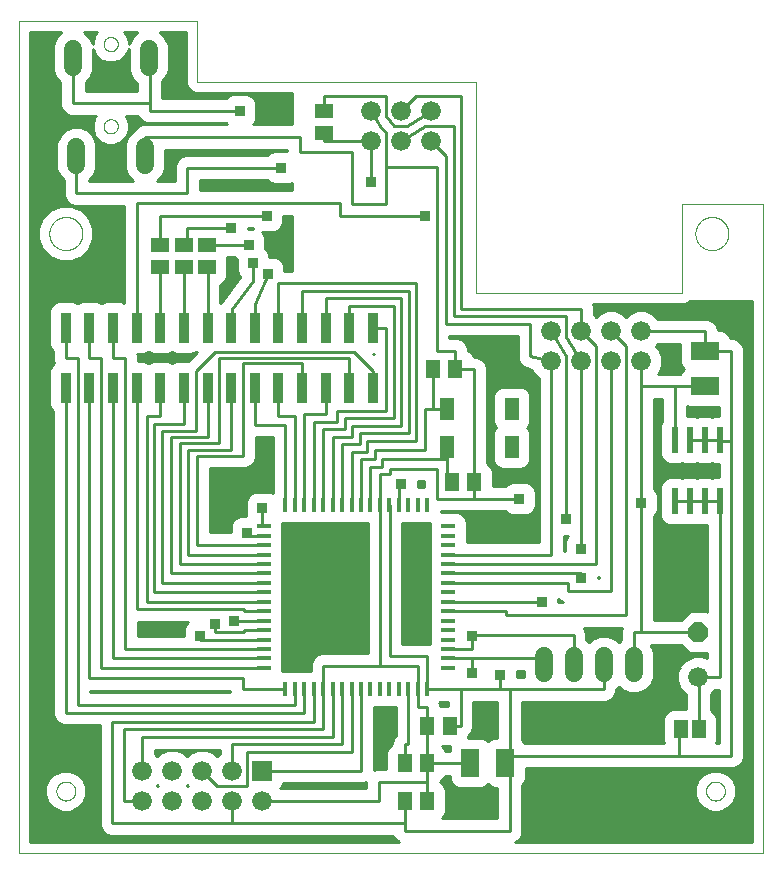
<source format=gtl>
G75*
%MOIN*%
%OFA0B0*%
%FSLAX25Y25*%
%IPPOS*%
%LPD*%
%AMOC8*
5,1,8,0,0,1.08239X$1,22.5*
%
%ADD10C,0.00000*%
%ADD11R,0.01800X0.04700*%
%ADD12R,0.04700X0.01800*%
%ADD13C,0.06600*%
%ADD14R,0.06299X0.09449*%
%ADD15R,0.05118X0.05906*%
%ADD16R,0.05118X0.07480*%
%ADD17R,0.05906X0.05118*%
%ADD18R,0.03504X0.10000*%
%ADD19OC8,0.06600*%
%ADD20R,0.09449X0.06299*%
%ADD21R,0.06600X0.06600*%
%ADD22R,0.02362X0.08661*%
%ADD23R,0.04600X0.06300*%
%ADD24C,0.05937*%
%ADD25C,0.01000*%
%ADD26R,0.03562X0.03562*%
D10*
X0001000Y0001000D02*
X0001000Y0278402D01*
X0060557Y0278402D01*
X0060557Y0258096D01*
X0153559Y0258096D01*
X0153559Y0187850D01*
X0222270Y0187850D01*
X0222270Y0217250D01*
X0249031Y0217250D01*
X0249031Y0001000D01*
X0001000Y0001000D01*
X0013598Y0021709D02*
X0013600Y0021821D01*
X0013606Y0021932D01*
X0013616Y0022044D01*
X0013630Y0022155D01*
X0013647Y0022265D01*
X0013669Y0022375D01*
X0013695Y0022484D01*
X0013724Y0022592D01*
X0013757Y0022698D01*
X0013794Y0022804D01*
X0013835Y0022908D01*
X0013880Y0023011D01*
X0013928Y0023112D01*
X0013979Y0023211D01*
X0014034Y0023308D01*
X0014093Y0023403D01*
X0014154Y0023497D01*
X0014219Y0023588D01*
X0014288Y0023676D01*
X0014359Y0023762D01*
X0014433Y0023846D01*
X0014511Y0023926D01*
X0014591Y0024004D01*
X0014674Y0024080D01*
X0014759Y0024152D01*
X0014847Y0024221D01*
X0014937Y0024287D01*
X0015030Y0024349D01*
X0015125Y0024409D01*
X0015222Y0024465D01*
X0015320Y0024517D01*
X0015421Y0024566D01*
X0015523Y0024611D01*
X0015627Y0024653D01*
X0015732Y0024691D01*
X0015839Y0024725D01*
X0015946Y0024755D01*
X0016055Y0024782D01*
X0016164Y0024804D01*
X0016275Y0024823D01*
X0016385Y0024838D01*
X0016497Y0024849D01*
X0016608Y0024856D01*
X0016720Y0024859D01*
X0016832Y0024858D01*
X0016944Y0024853D01*
X0017055Y0024844D01*
X0017166Y0024831D01*
X0017277Y0024814D01*
X0017387Y0024794D01*
X0017496Y0024769D01*
X0017604Y0024741D01*
X0017711Y0024708D01*
X0017817Y0024672D01*
X0017921Y0024632D01*
X0018024Y0024589D01*
X0018126Y0024542D01*
X0018225Y0024491D01*
X0018323Y0024437D01*
X0018419Y0024379D01*
X0018513Y0024318D01*
X0018604Y0024254D01*
X0018693Y0024187D01*
X0018780Y0024116D01*
X0018864Y0024042D01*
X0018946Y0023966D01*
X0019024Y0023886D01*
X0019100Y0023804D01*
X0019173Y0023719D01*
X0019243Y0023632D01*
X0019309Y0023542D01*
X0019373Y0023450D01*
X0019433Y0023356D01*
X0019490Y0023260D01*
X0019543Y0023161D01*
X0019593Y0023061D01*
X0019639Y0022960D01*
X0019682Y0022856D01*
X0019721Y0022751D01*
X0019756Y0022645D01*
X0019787Y0022538D01*
X0019815Y0022429D01*
X0019838Y0022320D01*
X0019858Y0022210D01*
X0019874Y0022099D01*
X0019886Y0021988D01*
X0019894Y0021877D01*
X0019898Y0021765D01*
X0019898Y0021653D01*
X0019894Y0021541D01*
X0019886Y0021430D01*
X0019874Y0021319D01*
X0019858Y0021208D01*
X0019838Y0021098D01*
X0019815Y0020989D01*
X0019787Y0020880D01*
X0019756Y0020773D01*
X0019721Y0020667D01*
X0019682Y0020562D01*
X0019639Y0020458D01*
X0019593Y0020357D01*
X0019543Y0020257D01*
X0019490Y0020158D01*
X0019433Y0020062D01*
X0019373Y0019968D01*
X0019309Y0019876D01*
X0019243Y0019786D01*
X0019173Y0019699D01*
X0019100Y0019614D01*
X0019024Y0019532D01*
X0018946Y0019452D01*
X0018864Y0019376D01*
X0018780Y0019302D01*
X0018693Y0019231D01*
X0018604Y0019164D01*
X0018513Y0019100D01*
X0018419Y0019039D01*
X0018323Y0018981D01*
X0018225Y0018927D01*
X0018126Y0018876D01*
X0018024Y0018829D01*
X0017921Y0018786D01*
X0017817Y0018746D01*
X0017711Y0018710D01*
X0017604Y0018677D01*
X0017496Y0018649D01*
X0017387Y0018624D01*
X0017277Y0018604D01*
X0017166Y0018587D01*
X0017055Y0018574D01*
X0016944Y0018565D01*
X0016832Y0018560D01*
X0016720Y0018559D01*
X0016608Y0018562D01*
X0016497Y0018569D01*
X0016385Y0018580D01*
X0016275Y0018595D01*
X0016164Y0018614D01*
X0016055Y0018636D01*
X0015946Y0018663D01*
X0015839Y0018693D01*
X0015732Y0018727D01*
X0015627Y0018765D01*
X0015523Y0018807D01*
X0015421Y0018852D01*
X0015320Y0018901D01*
X0015222Y0018953D01*
X0015125Y0019009D01*
X0015030Y0019069D01*
X0014937Y0019131D01*
X0014847Y0019197D01*
X0014759Y0019266D01*
X0014674Y0019338D01*
X0014591Y0019414D01*
X0014511Y0019492D01*
X0014433Y0019572D01*
X0014359Y0019656D01*
X0014288Y0019742D01*
X0014219Y0019830D01*
X0014154Y0019921D01*
X0014093Y0020015D01*
X0014034Y0020110D01*
X0013979Y0020207D01*
X0013928Y0020306D01*
X0013880Y0020407D01*
X0013835Y0020510D01*
X0013794Y0020614D01*
X0013757Y0020720D01*
X0013724Y0020826D01*
X0013695Y0020934D01*
X0013669Y0021043D01*
X0013647Y0021153D01*
X0013630Y0021263D01*
X0013616Y0021374D01*
X0013606Y0021486D01*
X0013600Y0021597D01*
X0013598Y0021709D01*
X0011236Y0207535D02*
X0011238Y0207683D01*
X0011244Y0207831D01*
X0011254Y0207979D01*
X0011268Y0208126D01*
X0011286Y0208273D01*
X0011307Y0208419D01*
X0011333Y0208565D01*
X0011363Y0208710D01*
X0011396Y0208854D01*
X0011434Y0208997D01*
X0011475Y0209139D01*
X0011520Y0209280D01*
X0011568Y0209420D01*
X0011621Y0209559D01*
X0011677Y0209696D01*
X0011737Y0209831D01*
X0011800Y0209965D01*
X0011867Y0210097D01*
X0011938Y0210227D01*
X0012012Y0210355D01*
X0012089Y0210481D01*
X0012170Y0210605D01*
X0012254Y0210727D01*
X0012341Y0210846D01*
X0012432Y0210963D01*
X0012526Y0211078D01*
X0012622Y0211190D01*
X0012722Y0211300D01*
X0012824Y0211406D01*
X0012930Y0211510D01*
X0013038Y0211611D01*
X0013149Y0211709D01*
X0013262Y0211805D01*
X0013378Y0211897D01*
X0013496Y0211986D01*
X0013617Y0212071D01*
X0013740Y0212154D01*
X0013865Y0212233D01*
X0013992Y0212309D01*
X0014121Y0212381D01*
X0014252Y0212450D01*
X0014385Y0212515D01*
X0014520Y0212576D01*
X0014656Y0212634D01*
X0014793Y0212689D01*
X0014932Y0212739D01*
X0015073Y0212786D01*
X0015214Y0212829D01*
X0015357Y0212869D01*
X0015501Y0212904D01*
X0015645Y0212936D01*
X0015791Y0212963D01*
X0015937Y0212987D01*
X0016084Y0213007D01*
X0016231Y0213023D01*
X0016378Y0213035D01*
X0016526Y0213043D01*
X0016674Y0213047D01*
X0016822Y0213047D01*
X0016970Y0213043D01*
X0017118Y0213035D01*
X0017265Y0213023D01*
X0017412Y0213007D01*
X0017559Y0212987D01*
X0017705Y0212963D01*
X0017851Y0212936D01*
X0017995Y0212904D01*
X0018139Y0212869D01*
X0018282Y0212829D01*
X0018423Y0212786D01*
X0018564Y0212739D01*
X0018703Y0212689D01*
X0018840Y0212634D01*
X0018976Y0212576D01*
X0019111Y0212515D01*
X0019244Y0212450D01*
X0019375Y0212381D01*
X0019504Y0212309D01*
X0019631Y0212233D01*
X0019756Y0212154D01*
X0019879Y0212071D01*
X0020000Y0211986D01*
X0020118Y0211897D01*
X0020234Y0211805D01*
X0020347Y0211709D01*
X0020458Y0211611D01*
X0020566Y0211510D01*
X0020672Y0211406D01*
X0020774Y0211300D01*
X0020874Y0211190D01*
X0020970Y0211078D01*
X0021064Y0210963D01*
X0021155Y0210846D01*
X0021242Y0210727D01*
X0021326Y0210605D01*
X0021407Y0210481D01*
X0021484Y0210355D01*
X0021558Y0210227D01*
X0021629Y0210097D01*
X0021696Y0209965D01*
X0021759Y0209831D01*
X0021819Y0209696D01*
X0021875Y0209559D01*
X0021928Y0209420D01*
X0021976Y0209280D01*
X0022021Y0209139D01*
X0022062Y0208997D01*
X0022100Y0208854D01*
X0022133Y0208710D01*
X0022163Y0208565D01*
X0022189Y0208419D01*
X0022210Y0208273D01*
X0022228Y0208126D01*
X0022242Y0207979D01*
X0022252Y0207831D01*
X0022258Y0207683D01*
X0022260Y0207535D01*
X0022258Y0207387D01*
X0022252Y0207239D01*
X0022242Y0207091D01*
X0022228Y0206944D01*
X0022210Y0206797D01*
X0022189Y0206651D01*
X0022163Y0206505D01*
X0022133Y0206360D01*
X0022100Y0206216D01*
X0022062Y0206073D01*
X0022021Y0205931D01*
X0021976Y0205790D01*
X0021928Y0205650D01*
X0021875Y0205511D01*
X0021819Y0205374D01*
X0021759Y0205239D01*
X0021696Y0205105D01*
X0021629Y0204973D01*
X0021558Y0204843D01*
X0021484Y0204715D01*
X0021407Y0204589D01*
X0021326Y0204465D01*
X0021242Y0204343D01*
X0021155Y0204224D01*
X0021064Y0204107D01*
X0020970Y0203992D01*
X0020874Y0203880D01*
X0020774Y0203770D01*
X0020672Y0203664D01*
X0020566Y0203560D01*
X0020458Y0203459D01*
X0020347Y0203361D01*
X0020234Y0203265D01*
X0020118Y0203173D01*
X0020000Y0203084D01*
X0019879Y0202999D01*
X0019756Y0202916D01*
X0019631Y0202837D01*
X0019504Y0202761D01*
X0019375Y0202689D01*
X0019244Y0202620D01*
X0019111Y0202555D01*
X0018976Y0202494D01*
X0018840Y0202436D01*
X0018703Y0202381D01*
X0018564Y0202331D01*
X0018423Y0202284D01*
X0018282Y0202241D01*
X0018139Y0202201D01*
X0017995Y0202166D01*
X0017851Y0202134D01*
X0017705Y0202107D01*
X0017559Y0202083D01*
X0017412Y0202063D01*
X0017265Y0202047D01*
X0017118Y0202035D01*
X0016970Y0202027D01*
X0016822Y0202023D01*
X0016674Y0202023D01*
X0016526Y0202027D01*
X0016378Y0202035D01*
X0016231Y0202047D01*
X0016084Y0202063D01*
X0015937Y0202083D01*
X0015791Y0202107D01*
X0015645Y0202134D01*
X0015501Y0202166D01*
X0015357Y0202201D01*
X0015214Y0202241D01*
X0015073Y0202284D01*
X0014932Y0202331D01*
X0014793Y0202381D01*
X0014656Y0202436D01*
X0014520Y0202494D01*
X0014385Y0202555D01*
X0014252Y0202620D01*
X0014121Y0202689D01*
X0013992Y0202761D01*
X0013865Y0202837D01*
X0013740Y0202916D01*
X0013617Y0202999D01*
X0013496Y0203084D01*
X0013378Y0203173D01*
X0013262Y0203265D01*
X0013149Y0203361D01*
X0013038Y0203459D01*
X0012930Y0203560D01*
X0012824Y0203664D01*
X0012722Y0203770D01*
X0012622Y0203880D01*
X0012526Y0203992D01*
X0012432Y0204107D01*
X0012341Y0204224D01*
X0012254Y0204343D01*
X0012170Y0204465D01*
X0012089Y0204589D01*
X0012012Y0204715D01*
X0011938Y0204843D01*
X0011867Y0204973D01*
X0011800Y0205105D01*
X0011737Y0205239D01*
X0011677Y0205374D01*
X0011621Y0205511D01*
X0011568Y0205650D01*
X0011520Y0205790D01*
X0011475Y0205931D01*
X0011434Y0206073D01*
X0011396Y0206216D01*
X0011363Y0206360D01*
X0011333Y0206505D01*
X0011307Y0206651D01*
X0011286Y0206797D01*
X0011268Y0206944D01*
X0011254Y0207091D01*
X0011244Y0207239D01*
X0011238Y0207387D01*
X0011236Y0207535D01*
X0029347Y0243283D02*
X0029349Y0243380D01*
X0029355Y0243477D01*
X0029365Y0243573D01*
X0029379Y0243669D01*
X0029397Y0243765D01*
X0029418Y0243859D01*
X0029444Y0243953D01*
X0029473Y0244045D01*
X0029507Y0244136D01*
X0029543Y0244226D01*
X0029584Y0244314D01*
X0029628Y0244400D01*
X0029676Y0244485D01*
X0029727Y0244567D01*
X0029781Y0244648D01*
X0029839Y0244726D01*
X0029900Y0244801D01*
X0029963Y0244874D01*
X0030030Y0244945D01*
X0030100Y0245012D01*
X0030172Y0245077D01*
X0030247Y0245138D01*
X0030325Y0245197D01*
X0030404Y0245252D01*
X0030486Y0245304D01*
X0030570Y0245352D01*
X0030656Y0245397D01*
X0030744Y0245439D01*
X0030833Y0245477D01*
X0030924Y0245511D01*
X0031016Y0245541D01*
X0031109Y0245568D01*
X0031204Y0245590D01*
X0031299Y0245609D01*
X0031395Y0245624D01*
X0031491Y0245635D01*
X0031588Y0245642D01*
X0031685Y0245645D01*
X0031782Y0245644D01*
X0031879Y0245639D01*
X0031975Y0245630D01*
X0032071Y0245617D01*
X0032167Y0245600D01*
X0032262Y0245579D01*
X0032355Y0245555D01*
X0032448Y0245526D01*
X0032540Y0245494D01*
X0032630Y0245458D01*
X0032718Y0245419D01*
X0032805Y0245375D01*
X0032890Y0245329D01*
X0032973Y0245278D01*
X0033054Y0245225D01*
X0033132Y0245168D01*
X0033209Y0245108D01*
X0033282Y0245045D01*
X0033353Y0244979D01*
X0033421Y0244910D01*
X0033487Y0244838D01*
X0033549Y0244764D01*
X0033608Y0244687D01*
X0033664Y0244608D01*
X0033717Y0244526D01*
X0033767Y0244443D01*
X0033812Y0244357D01*
X0033855Y0244270D01*
X0033894Y0244181D01*
X0033929Y0244091D01*
X0033960Y0243999D01*
X0033987Y0243906D01*
X0034011Y0243812D01*
X0034031Y0243717D01*
X0034047Y0243621D01*
X0034059Y0243525D01*
X0034067Y0243428D01*
X0034071Y0243331D01*
X0034071Y0243235D01*
X0034067Y0243138D01*
X0034059Y0243041D01*
X0034047Y0242945D01*
X0034031Y0242849D01*
X0034011Y0242754D01*
X0033987Y0242660D01*
X0033960Y0242567D01*
X0033929Y0242475D01*
X0033894Y0242385D01*
X0033855Y0242296D01*
X0033812Y0242209D01*
X0033767Y0242123D01*
X0033717Y0242040D01*
X0033664Y0241958D01*
X0033608Y0241879D01*
X0033549Y0241802D01*
X0033487Y0241728D01*
X0033421Y0241656D01*
X0033353Y0241587D01*
X0033282Y0241521D01*
X0033209Y0241458D01*
X0033132Y0241398D01*
X0033054Y0241341D01*
X0032973Y0241288D01*
X0032890Y0241237D01*
X0032805Y0241191D01*
X0032718Y0241147D01*
X0032630Y0241108D01*
X0032540Y0241072D01*
X0032448Y0241040D01*
X0032355Y0241011D01*
X0032262Y0240987D01*
X0032167Y0240966D01*
X0032071Y0240949D01*
X0031975Y0240936D01*
X0031879Y0240927D01*
X0031782Y0240922D01*
X0031685Y0240921D01*
X0031588Y0240924D01*
X0031491Y0240931D01*
X0031395Y0240942D01*
X0031299Y0240957D01*
X0031204Y0240976D01*
X0031109Y0240998D01*
X0031016Y0241025D01*
X0030924Y0241055D01*
X0030833Y0241089D01*
X0030744Y0241127D01*
X0030656Y0241169D01*
X0030570Y0241214D01*
X0030486Y0241262D01*
X0030404Y0241314D01*
X0030325Y0241369D01*
X0030247Y0241428D01*
X0030172Y0241489D01*
X0030100Y0241554D01*
X0030030Y0241621D01*
X0029963Y0241692D01*
X0029900Y0241765D01*
X0029839Y0241840D01*
X0029781Y0241918D01*
X0029727Y0241999D01*
X0029676Y0242081D01*
X0029628Y0242166D01*
X0029584Y0242252D01*
X0029543Y0242340D01*
X0029507Y0242430D01*
X0029473Y0242521D01*
X0029444Y0242613D01*
X0029418Y0242707D01*
X0029397Y0242801D01*
X0029379Y0242897D01*
X0029365Y0242993D01*
X0029355Y0243089D01*
X0029349Y0243186D01*
X0029347Y0243283D01*
X0029347Y0270685D02*
X0029349Y0270782D01*
X0029355Y0270879D01*
X0029365Y0270975D01*
X0029379Y0271071D01*
X0029397Y0271167D01*
X0029418Y0271261D01*
X0029444Y0271355D01*
X0029473Y0271447D01*
X0029507Y0271538D01*
X0029543Y0271628D01*
X0029584Y0271716D01*
X0029628Y0271802D01*
X0029676Y0271887D01*
X0029727Y0271969D01*
X0029781Y0272050D01*
X0029839Y0272128D01*
X0029900Y0272203D01*
X0029963Y0272276D01*
X0030030Y0272347D01*
X0030100Y0272414D01*
X0030172Y0272479D01*
X0030247Y0272540D01*
X0030325Y0272599D01*
X0030404Y0272654D01*
X0030486Y0272706D01*
X0030570Y0272754D01*
X0030656Y0272799D01*
X0030744Y0272841D01*
X0030833Y0272879D01*
X0030924Y0272913D01*
X0031016Y0272943D01*
X0031109Y0272970D01*
X0031204Y0272992D01*
X0031299Y0273011D01*
X0031395Y0273026D01*
X0031491Y0273037D01*
X0031588Y0273044D01*
X0031685Y0273047D01*
X0031782Y0273046D01*
X0031879Y0273041D01*
X0031975Y0273032D01*
X0032071Y0273019D01*
X0032167Y0273002D01*
X0032262Y0272981D01*
X0032355Y0272957D01*
X0032448Y0272928D01*
X0032540Y0272896D01*
X0032630Y0272860D01*
X0032718Y0272821D01*
X0032805Y0272777D01*
X0032890Y0272731D01*
X0032973Y0272680D01*
X0033054Y0272627D01*
X0033132Y0272570D01*
X0033209Y0272510D01*
X0033282Y0272447D01*
X0033353Y0272381D01*
X0033421Y0272312D01*
X0033487Y0272240D01*
X0033549Y0272166D01*
X0033608Y0272089D01*
X0033664Y0272010D01*
X0033717Y0271928D01*
X0033767Y0271845D01*
X0033812Y0271759D01*
X0033855Y0271672D01*
X0033894Y0271583D01*
X0033929Y0271493D01*
X0033960Y0271401D01*
X0033987Y0271308D01*
X0034011Y0271214D01*
X0034031Y0271119D01*
X0034047Y0271023D01*
X0034059Y0270927D01*
X0034067Y0270830D01*
X0034071Y0270733D01*
X0034071Y0270637D01*
X0034067Y0270540D01*
X0034059Y0270443D01*
X0034047Y0270347D01*
X0034031Y0270251D01*
X0034011Y0270156D01*
X0033987Y0270062D01*
X0033960Y0269969D01*
X0033929Y0269877D01*
X0033894Y0269787D01*
X0033855Y0269698D01*
X0033812Y0269611D01*
X0033767Y0269525D01*
X0033717Y0269442D01*
X0033664Y0269360D01*
X0033608Y0269281D01*
X0033549Y0269204D01*
X0033487Y0269130D01*
X0033421Y0269058D01*
X0033353Y0268989D01*
X0033282Y0268923D01*
X0033209Y0268860D01*
X0033132Y0268800D01*
X0033054Y0268743D01*
X0032973Y0268690D01*
X0032890Y0268639D01*
X0032805Y0268593D01*
X0032718Y0268549D01*
X0032630Y0268510D01*
X0032540Y0268474D01*
X0032448Y0268442D01*
X0032355Y0268413D01*
X0032262Y0268389D01*
X0032167Y0268368D01*
X0032071Y0268351D01*
X0031975Y0268338D01*
X0031879Y0268329D01*
X0031782Y0268324D01*
X0031685Y0268323D01*
X0031588Y0268326D01*
X0031491Y0268333D01*
X0031395Y0268344D01*
X0031299Y0268359D01*
X0031204Y0268378D01*
X0031109Y0268400D01*
X0031016Y0268427D01*
X0030924Y0268457D01*
X0030833Y0268491D01*
X0030744Y0268529D01*
X0030656Y0268571D01*
X0030570Y0268616D01*
X0030486Y0268664D01*
X0030404Y0268716D01*
X0030325Y0268771D01*
X0030247Y0268830D01*
X0030172Y0268891D01*
X0030100Y0268956D01*
X0030030Y0269023D01*
X0029963Y0269094D01*
X0029900Y0269167D01*
X0029839Y0269242D01*
X0029781Y0269320D01*
X0029727Y0269401D01*
X0029676Y0269483D01*
X0029628Y0269568D01*
X0029584Y0269654D01*
X0029543Y0269742D01*
X0029507Y0269832D01*
X0029473Y0269923D01*
X0029444Y0270015D01*
X0029418Y0270109D01*
X0029397Y0270203D01*
X0029379Y0270299D01*
X0029365Y0270395D01*
X0029355Y0270491D01*
X0029349Y0270588D01*
X0029347Y0270685D01*
X0226590Y0207535D02*
X0226592Y0207683D01*
X0226598Y0207831D01*
X0226608Y0207979D01*
X0226622Y0208126D01*
X0226640Y0208273D01*
X0226661Y0208419D01*
X0226687Y0208565D01*
X0226717Y0208710D01*
X0226750Y0208854D01*
X0226788Y0208997D01*
X0226829Y0209139D01*
X0226874Y0209280D01*
X0226922Y0209420D01*
X0226975Y0209559D01*
X0227031Y0209696D01*
X0227091Y0209831D01*
X0227154Y0209965D01*
X0227221Y0210097D01*
X0227292Y0210227D01*
X0227366Y0210355D01*
X0227443Y0210481D01*
X0227524Y0210605D01*
X0227608Y0210727D01*
X0227695Y0210846D01*
X0227786Y0210963D01*
X0227880Y0211078D01*
X0227976Y0211190D01*
X0228076Y0211300D01*
X0228178Y0211406D01*
X0228284Y0211510D01*
X0228392Y0211611D01*
X0228503Y0211709D01*
X0228616Y0211805D01*
X0228732Y0211897D01*
X0228850Y0211986D01*
X0228971Y0212071D01*
X0229094Y0212154D01*
X0229219Y0212233D01*
X0229346Y0212309D01*
X0229475Y0212381D01*
X0229606Y0212450D01*
X0229739Y0212515D01*
X0229874Y0212576D01*
X0230010Y0212634D01*
X0230147Y0212689D01*
X0230286Y0212739D01*
X0230427Y0212786D01*
X0230568Y0212829D01*
X0230711Y0212869D01*
X0230855Y0212904D01*
X0230999Y0212936D01*
X0231145Y0212963D01*
X0231291Y0212987D01*
X0231438Y0213007D01*
X0231585Y0213023D01*
X0231732Y0213035D01*
X0231880Y0213043D01*
X0232028Y0213047D01*
X0232176Y0213047D01*
X0232324Y0213043D01*
X0232472Y0213035D01*
X0232619Y0213023D01*
X0232766Y0213007D01*
X0232913Y0212987D01*
X0233059Y0212963D01*
X0233205Y0212936D01*
X0233349Y0212904D01*
X0233493Y0212869D01*
X0233636Y0212829D01*
X0233777Y0212786D01*
X0233918Y0212739D01*
X0234057Y0212689D01*
X0234194Y0212634D01*
X0234330Y0212576D01*
X0234465Y0212515D01*
X0234598Y0212450D01*
X0234729Y0212381D01*
X0234858Y0212309D01*
X0234985Y0212233D01*
X0235110Y0212154D01*
X0235233Y0212071D01*
X0235354Y0211986D01*
X0235472Y0211897D01*
X0235588Y0211805D01*
X0235701Y0211709D01*
X0235812Y0211611D01*
X0235920Y0211510D01*
X0236026Y0211406D01*
X0236128Y0211300D01*
X0236228Y0211190D01*
X0236324Y0211078D01*
X0236418Y0210963D01*
X0236509Y0210846D01*
X0236596Y0210727D01*
X0236680Y0210605D01*
X0236761Y0210481D01*
X0236838Y0210355D01*
X0236912Y0210227D01*
X0236983Y0210097D01*
X0237050Y0209965D01*
X0237113Y0209831D01*
X0237173Y0209696D01*
X0237229Y0209559D01*
X0237282Y0209420D01*
X0237330Y0209280D01*
X0237375Y0209139D01*
X0237416Y0208997D01*
X0237454Y0208854D01*
X0237487Y0208710D01*
X0237517Y0208565D01*
X0237543Y0208419D01*
X0237564Y0208273D01*
X0237582Y0208126D01*
X0237596Y0207979D01*
X0237606Y0207831D01*
X0237612Y0207683D01*
X0237614Y0207535D01*
X0237612Y0207387D01*
X0237606Y0207239D01*
X0237596Y0207091D01*
X0237582Y0206944D01*
X0237564Y0206797D01*
X0237543Y0206651D01*
X0237517Y0206505D01*
X0237487Y0206360D01*
X0237454Y0206216D01*
X0237416Y0206073D01*
X0237375Y0205931D01*
X0237330Y0205790D01*
X0237282Y0205650D01*
X0237229Y0205511D01*
X0237173Y0205374D01*
X0237113Y0205239D01*
X0237050Y0205105D01*
X0236983Y0204973D01*
X0236912Y0204843D01*
X0236838Y0204715D01*
X0236761Y0204589D01*
X0236680Y0204465D01*
X0236596Y0204343D01*
X0236509Y0204224D01*
X0236418Y0204107D01*
X0236324Y0203992D01*
X0236228Y0203880D01*
X0236128Y0203770D01*
X0236026Y0203664D01*
X0235920Y0203560D01*
X0235812Y0203459D01*
X0235701Y0203361D01*
X0235588Y0203265D01*
X0235472Y0203173D01*
X0235354Y0203084D01*
X0235233Y0202999D01*
X0235110Y0202916D01*
X0234985Y0202837D01*
X0234858Y0202761D01*
X0234729Y0202689D01*
X0234598Y0202620D01*
X0234465Y0202555D01*
X0234330Y0202494D01*
X0234194Y0202436D01*
X0234057Y0202381D01*
X0233918Y0202331D01*
X0233777Y0202284D01*
X0233636Y0202241D01*
X0233493Y0202201D01*
X0233349Y0202166D01*
X0233205Y0202134D01*
X0233059Y0202107D01*
X0232913Y0202083D01*
X0232766Y0202063D01*
X0232619Y0202047D01*
X0232472Y0202035D01*
X0232324Y0202027D01*
X0232176Y0202023D01*
X0232028Y0202023D01*
X0231880Y0202027D01*
X0231732Y0202035D01*
X0231585Y0202047D01*
X0231438Y0202063D01*
X0231291Y0202083D01*
X0231145Y0202107D01*
X0230999Y0202134D01*
X0230855Y0202166D01*
X0230711Y0202201D01*
X0230568Y0202241D01*
X0230427Y0202284D01*
X0230286Y0202331D01*
X0230147Y0202381D01*
X0230010Y0202436D01*
X0229874Y0202494D01*
X0229739Y0202555D01*
X0229606Y0202620D01*
X0229475Y0202689D01*
X0229346Y0202761D01*
X0229219Y0202837D01*
X0229094Y0202916D01*
X0228971Y0202999D01*
X0228850Y0203084D01*
X0228732Y0203173D01*
X0228616Y0203265D01*
X0228503Y0203361D01*
X0228392Y0203459D01*
X0228284Y0203560D01*
X0228178Y0203664D01*
X0228076Y0203770D01*
X0227976Y0203880D01*
X0227880Y0203992D01*
X0227786Y0204107D01*
X0227695Y0204224D01*
X0227608Y0204343D01*
X0227524Y0204465D01*
X0227443Y0204589D01*
X0227366Y0204715D01*
X0227292Y0204843D01*
X0227221Y0204973D01*
X0227154Y0205105D01*
X0227091Y0205239D01*
X0227031Y0205374D01*
X0226975Y0205511D01*
X0226922Y0205650D01*
X0226874Y0205790D01*
X0226829Y0205931D01*
X0226788Y0206073D01*
X0226750Y0206216D01*
X0226717Y0206360D01*
X0226687Y0206505D01*
X0226661Y0206651D01*
X0226640Y0206797D01*
X0226622Y0206944D01*
X0226608Y0207091D01*
X0226598Y0207239D01*
X0226592Y0207387D01*
X0226590Y0207535D01*
X0230133Y0021709D02*
X0230135Y0021821D01*
X0230141Y0021932D01*
X0230151Y0022044D01*
X0230165Y0022155D01*
X0230182Y0022265D01*
X0230204Y0022375D01*
X0230230Y0022484D01*
X0230259Y0022592D01*
X0230292Y0022698D01*
X0230329Y0022804D01*
X0230370Y0022908D01*
X0230415Y0023011D01*
X0230463Y0023112D01*
X0230514Y0023211D01*
X0230569Y0023308D01*
X0230628Y0023403D01*
X0230689Y0023497D01*
X0230754Y0023588D01*
X0230823Y0023676D01*
X0230894Y0023762D01*
X0230968Y0023846D01*
X0231046Y0023926D01*
X0231126Y0024004D01*
X0231209Y0024080D01*
X0231294Y0024152D01*
X0231382Y0024221D01*
X0231472Y0024287D01*
X0231565Y0024349D01*
X0231660Y0024409D01*
X0231757Y0024465D01*
X0231855Y0024517D01*
X0231956Y0024566D01*
X0232058Y0024611D01*
X0232162Y0024653D01*
X0232267Y0024691D01*
X0232374Y0024725D01*
X0232481Y0024755D01*
X0232590Y0024782D01*
X0232699Y0024804D01*
X0232810Y0024823D01*
X0232920Y0024838D01*
X0233032Y0024849D01*
X0233143Y0024856D01*
X0233255Y0024859D01*
X0233367Y0024858D01*
X0233479Y0024853D01*
X0233590Y0024844D01*
X0233701Y0024831D01*
X0233812Y0024814D01*
X0233922Y0024794D01*
X0234031Y0024769D01*
X0234139Y0024741D01*
X0234246Y0024708D01*
X0234352Y0024672D01*
X0234456Y0024632D01*
X0234559Y0024589D01*
X0234661Y0024542D01*
X0234760Y0024491D01*
X0234858Y0024437D01*
X0234954Y0024379D01*
X0235048Y0024318D01*
X0235139Y0024254D01*
X0235228Y0024187D01*
X0235315Y0024116D01*
X0235399Y0024042D01*
X0235481Y0023966D01*
X0235559Y0023886D01*
X0235635Y0023804D01*
X0235708Y0023719D01*
X0235778Y0023632D01*
X0235844Y0023542D01*
X0235908Y0023450D01*
X0235968Y0023356D01*
X0236025Y0023260D01*
X0236078Y0023161D01*
X0236128Y0023061D01*
X0236174Y0022960D01*
X0236217Y0022856D01*
X0236256Y0022751D01*
X0236291Y0022645D01*
X0236322Y0022538D01*
X0236350Y0022429D01*
X0236373Y0022320D01*
X0236393Y0022210D01*
X0236409Y0022099D01*
X0236421Y0021988D01*
X0236429Y0021877D01*
X0236433Y0021765D01*
X0236433Y0021653D01*
X0236429Y0021541D01*
X0236421Y0021430D01*
X0236409Y0021319D01*
X0236393Y0021208D01*
X0236373Y0021098D01*
X0236350Y0020989D01*
X0236322Y0020880D01*
X0236291Y0020773D01*
X0236256Y0020667D01*
X0236217Y0020562D01*
X0236174Y0020458D01*
X0236128Y0020357D01*
X0236078Y0020257D01*
X0236025Y0020158D01*
X0235968Y0020062D01*
X0235908Y0019968D01*
X0235844Y0019876D01*
X0235778Y0019786D01*
X0235708Y0019699D01*
X0235635Y0019614D01*
X0235559Y0019532D01*
X0235481Y0019452D01*
X0235399Y0019376D01*
X0235315Y0019302D01*
X0235228Y0019231D01*
X0235139Y0019164D01*
X0235048Y0019100D01*
X0234954Y0019039D01*
X0234858Y0018981D01*
X0234760Y0018927D01*
X0234661Y0018876D01*
X0234559Y0018829D01*
X0234456Y0018786D01*
X0234352Y0018746D01*
X0234246Y0018710D01*
X0234139Y0018677D01*
X0234031Y0018649D01*
X0233922Y0018624D01*
X0233812Y0018604D01*
X0233701Y0018587D01*
X0233590Y0018574D01*
X0233479Y0018565D01*
X0233367Y0018560D01*
X0233255Y0018559D01*
X0233143Y0018562D01*
X0233032Y0018569D01*
X0232920Y0018580D01*
X0232810Y0018595D01*
X0232699Y0018614D01*
X0232590Y0018636D01*
X0232481Y0018663D01*
X0232374Y0018693D01*
X0232267Y0018727D01*
X0232162Y0018765D01*
X0232058Y0018807D01*
X0231956Y0018852D01*
X0231855Y0018901D01*
X0231757Y0018953D01*
X0231660Y0019009D01*
X0231565Y0019069D01*
X0231472Y0019131D01*
X0231382Y0019197D01*
X0231294Y0019266D01*
X0231209Y0019338D01*
X0231126Y0019414D01*
X0231046Y0019492D01*
X0230968Y0019572D01*
X0230894Y0019656D01*
X0230823Y0019742D01*
X0230754Y0019830D01*
X0230689Y0019921D01*
X0230628Y0020015D01*
X0230569Y0020110D01*
X0230514Y0020207D01*
X0230463Y0020306D01*
X0230415Y0020407D01*
X0230370Y0020510D01*
X0230329Y0020614D01*
X0230292Y0020720D01*
X0230259Y0020826D01*
X0230230Y0020934D01*
X0230204Y0021043D01*
X0230182Y0021153D01*
X0230165Y0021263D01*
X0230151Y0021374D01*
X0230141Y0021486D01*
X0230135Y0021597D01*
X0230133Y0021709D01*
D11*
X0137181Y0055665D03*
X0134031Y0055665D03*
X0130882Y0055665D03*
X0127732Y0055665D03*
X0124583Y0055665D03*
X0121433Y0055665D03*
X0118283Y0055665D03*
X0115134Y0055665D03*
X0111984Y0055665D03*
X0108835Y0055665D03*
X0105685Y0055665D03*
X0102535Y0055665D03*
X0099386Y0055665D03*
X0096236Y0055665D03*
X0093087Y0055665D03*
X0089937Y0055665D03*
X0089937Y0117083D03*
X0093087Y0117083D03*
X0096236Y0117083D03*
X0099386Y0117083D03*
X0102535Y0117083D03*
X0105685Y0117083D03*
X0108835Y0117083D03*
X0111984Y0117083D03*
X0115134Y0117083D03*
X0118283Y0117083D03*
X0121433Y0117083D03*
X0124583Y0117083D03*
X0127732Y0117083D03*
X0130882Y0117083D03*
X0134031Y0117083D03*
X0137181Y0117083D03*
D12*
X0144268Y0109996D03*
X0144268Y0106846D03*
X0144268Y0103697D03*
X0144268Y0100547D03*
X0144268Y0097398D03*
X0144268Y0094248D03*
X0144268Y0091098D03*
X0144268Y0087949D03*
X0144268Y0084799D03*
X0144268Y0081650D03*
X0144268Y0078500D03*
X0144268Y0075350D03*
X0144268Y0072201D03*
X0144268Y0069051D03*
X0144268Y0065902D03*
X0144268Y0062752D03*
X0082850Y0062752D03*
X0082850Y0065902D03*
X0082850Y0069051D03*
X0082850Y0072201D03*
X0082850Y0075350D03*
X0082850Y0078500D03*
X0082850Y0081650D03*
X0082850Y0084799D03*
X0082850Y0087949D03*
X0082850Y0091098D03*
X0082850Y0094248D03*
X0082850Y0097398D03*
X0082850Y0100547D03*
X0082850Y0103697D03*
X0082850Y0106846D03*
X0082850Y0109996D03*
D13*
X0072250Y0028500D03*
X0072250Y0018500D03*
X0062250Y0018500D03*
X0062250Y0028500D03*
X0052250Y0028500D03*
X0052250Y0018500D03*
X0042250Y0018500D03*
X0042250Y0028500D03*
X0082250Y0018500D03*
X0178500Y0164937D03*
X0188500Y0164937D03*
X0198500Y0164937D03*
X0208500Y0164937D03*
X0208500Y0174937D03*
X0198500Y0174937D03*
X0188500Y0174937D03*
X0178500Y0174937D03*
X0138500Y0238500D03*
X0138500Y0248500D03*
X0128500Y0248500D03*
X0128500Y0238500D03*
X0118500Y0238500D03*
X0118500Y0248500D03*
X0227535Y0059602D03*
D14*
X0163293Y0031123D03*
X0151482Y0031123D03*
D15*
X0144647Y0043500D03*
X0137166Y0043500D03*
X0137240Y0031000D03*
X0129760Y0031000D03*
X0129760Y0018500D03*
X0137240Y0018500D03*
X0145385Y0124750D03*
X0152865Y0124750D03*
X0146615Y0162250D03*
X0139135Y0162250D03*
D16*
X0143697Y0149110D03*
X0143697Y0136512D03*
X0165311Y0136512D03*
X0165350Y0149110D03*
D17*
X0102890Y0240961D03*
X0102890Y0248441D03*
X0063800Y0203835D03*
X0063800Y0196354D03*
X0056000Y0196354D03*
X0056000Y0203835D03*
X0048175Y0203825D03*
X0048175Y0196344D03*
D18*
X0048244Y0176197D03*
X0040370Y0176197D03*
X0032496Y0176197D03*
X0024622Y0176197D03*
X0016748Y0176197D03*
X0016748Y0156197D03*
X0024622Y0156197D03*
X0032496Y0156197D03*
X0040370Y0156197D03*
X0048244Y0156197D03*
X0056118Y0156197D03*
X0063992Y0156197D03*
X0071866Y0156197D03*
X0079740Y0156197D03*
X0087614Y0156197D03*
X0095488Y0156197D03*
X0103362Y0156197D03*
X0111236Y0156197D03*
X0119110Y0156197D03*
X0119110Y0176197D03*
X0111236Y0176197D03*
X0103362Y0176197D03*
X0095488Y0176197D03*
X0087614Y0176197D03*
X0079740Y0176197D03*
X0071866Y0176197D03*
X0063992Y0176197D03*
X0056118Y0176197D03*
D19*
X0227535Y0074602D03*
D20*
X0229863Y0156620D03*
X0229863Y0168431D03*
D21*
X0082250Y0028500D03*
D22*
X0219750Y0118264D03*
X0224750Y0118264D03*
X0229750Y0118264D03*
X0234750Y0118264D03*
X0234750Y0138736D03*
X0229750Y0138736D03*
X0224750Y0138736D03*
X0219750Y0138736D03*
D23*
X0221750Y0042250D03*
X0227750Y0042250D03*
D24*
X0206000Y0060906D02*
X0206000Y0066843D01*
X0196000Y0066843D02*
X0196000Y0060906D01*
X0186000Y0060906D02*
X0186000Y0066843D01*
X0176000Y0066843D02*
X0176000Y0060906D01*
X0043126Y0230472D02*
X0043126Y0236409D01*
X0020291Y0236409D02*
X0020291Y0230472D01*
X0019110Y0263150D02*
X0019110Y0269087D01*
X0044307Y0269087D02*
X0044307Y0263150D01*
D25*
X0044750Y0262181D02*
X0044307Y0266118D01*
X0044750Y0262181D02*
X0044750Y0251000D01*
X0044750Y0248431D01*
X0074750Y0248431D01*
X0070436Y0243950D02*
X0042291Y0243950D01*
X0040747Y0243311D01*
X0039605Y0242169D01*
X0039349Y0242063D01*
X0037473Y0240187D01*
X0036457Y0237736D01*
X0036457Y0229146D01*
X0037473Y0226695D01*
X0038968Y0225200D01*
X0024491Y0225200D01*
X0024491Y0225242D01*
X0025945Y0226695D01*
X0026960Y0229146D01*
X0026960Y0237736D01*
X0025945Y0240187D01*
X0024069Y0242063D01*
X0021618Y0243078D01*
X0018965Y0243078D01*
X0016514Y0242063D01*
X0014638Y0240187D01*
X0013623Y0237736D01*
X0013623Y0229146D01*
X0014638Y0226695D01*
X0016091Y0225242D01*
X0016091Y0220165D01*
X0016731Y0218621D01*
X0017912Y0217439D01*
X0019456Y0216800D01*
X0036170Y0216800D01*
X0036170Y0184406D01*
X0034984Y0184897D01*
X0030008Y0184897D01*
X0028648Y0184334D01*
X0028559Y0184244D01*
X0028470Y0184334D01*
X0027110Y0184897D01*
X0022134Y0184897D01*
X0020774Y0184334D01*
X0020685Y0184244D01*
X0020596Y0184334D01*
X0019236Y0184897D01*
X0014260Y0184897D01*
X0012900Y0184334D01*
X0011859Y0183293D01*
X0011296Y0181933D01*
X0011296Y0170461D01*
X0011859Y0169101D01*
X0012548Y0168412D01*
X0012548Y0165361D01*
X0012963Y0164360D01*
X0012900Y0164334D01*
X0011859Y0163293D01*
X0011296Y0161933D01*
X0011296Y0150461D01*
X0011859Y0149101D01*
X0012548Y0148412D01*
X0012548Y0046985D01*
X0013187Y0045442D01*
X0014369Y0044260D01*
X0015913Y0043621D01*
X0028050Y0043621D01*
X0028050Y0010165D01*
X0028689Y0008621D01*
X0029871Y0007439D01*
X0031415Y0006800D01*
X0125918Y0006800D01*
X0126199Y0006121D01*
X0127381Y0004939D01*
X0127959Y0004700D01*
X0004700Y0004700D01*
X0004700Y0274702D01*
X0015295Y0274702D01*
X0013457Y0272864D01*
X0012442Y0270413D01*
X0012442Y0261823D01*
X0013457Y0259372D01*
X0014910Y0257919D01*
X0014910Y0250165D01*
X0015550Y0248621D01*
X0016731Y0247439D01*
X0018275Y0246800D01*
X0026652Y0246800D01*
X0026569Y0246717D01*
X0025646Y0244489D01*
X0025646Y0242078D01*
X0026569Y0239849D01*
X0028275Y0238144D01*
X0030503Y0237221D01*
X0032915Y0237221D01*
X0035143Y0238144D01*
X0036848Y0239849D01*
X0037771Y0242078D01*
X0037771Y0244489D01*
X0036848Y0246717D01*
X0036765Y0246800D01*
X0040880Y0246800D01*
X0041189Y0246052D01*
X0042371Y0244871D01*
X0043915Y0244231D01*
X0070155Y0244231D01*
X0070436Y0243950D01*
X0079064Y0243950D02*
X0079668Y0244554D01*
X0080231Y0245914D01*
X0080231Y0250948D01*
X0079668Y0252308D01*
X0078627Y0253349D01*
X0077267Y0253912D01*
X0072233Y0253912D01*
X0070873Y0253349D01*
X0070155Y0252631D01*
X0048950Y0252631D01*
X0048950Y0258362D01*
X0049960Y0259372D01*
X0050976Y0261823D01*
X0050976Y0270413D01*
X0049960Y0272864D01*
X0048123Y0274702D01*
X0056857Y0274702D01*
X0056857Y0257360D01*
X0057420Y0256001D01*
X0058461Y0254960D01*
X0059821Y0254396D01*
X0092250Y0254396D01*
X0092250Y0243950D01*
X0079064Y0243950D01*
X0079696Y0244622D02*
X0092250Y0244622D01*
X0092250Y0245620D02*
X0080109Y0245620D01*
X0080231Y0246619D02*
X0092250Y0246619D01*
X0092250Y0247617D02*
X0080231Y0247617D01*
X0080231Y0248616D02*
X0092250Y0248616D01*
X0092250Y0249614D02*
X0080231Y0249614D01*
X0080231Y0250613D02*
X0092250Y0250613D01*
X0092250Y0251611D02*
X0079956Y0251611D01*
X0079366Y0252610D02*
X0092250Y0252610D01*
X0092250Y0253608D02*
X0078000Y0253608D01*
X0071500Y0253608D02*
X0048950Y0253608D01*
X0048950Y0254607D02*
X0059313Y0254607D01*
X0057815Y0255605D02*
X0048950Y0255605D01*
X0048950Y0256604D02*
X0057170Y0256604D01*
X0056857Y0257603D02*
X0048950Y0257603D01*
X0049189Y0258601D02*
X0056857Y0258601D01*
X0056857Y0259600D02*
X0050055Y0259600D01*
X0050468Y0260598D02*
X0056857Y0260598D01*
X0056857Y0261597D02*
X0050882Y0261597D01*
X0050976Y0262595D02*
X0056857Y0262595D01*
X0056857Y0263594D02*
X0050976Y0263594D01*
X0050976Y0264592D02*
X0056857Y0264592D01*
X0056857Y0265591D02*
X0050976Y0265591D01*
X0050976Y0266589D02*
X0056857Y0266589D01*
X0056857Y0267588D02*
X0050976Y0267588D01*
X0050976Y0268586D02*
X0056857Y0268586D01*
X0056857Y0269585D02*
X0050976Y0269585D01*
X0050905Y0270583D02*
X0056857Y0270583D01*
X0056857Y0271582D02*
X0050492Y0271582D01*
X0050078Y0272580D02*
X0056857Y0272580D01*
X0056857Y0273579D02*
X0049246Y0273579D01*
X0048247Y0274577D02*
X0056857Y0274577D01*
X0040491Y0274702D02*
X0036265Y0274702D01*
X0036848Y0274119D01*
X0037771Y0271891D01*
X0037771Y0270732D01*
X0038654Y0272864D01*
X0040491Y0274702D01*
X0040367Y0274577D02*
X0036390Y0274577D01*
X0037072Y0273579D02*
X0039369Y0273579D01*
X0038536Y0272580D02*
X0037485Y0272580D01*
X0037771Y0271582D02*
X0038123Y0271582D01*
X0037639Y0269160D02*
X0036848Y0267251D01*
X0035143Y0265546D01*
X0032915Y0264623D01*
X0030503Y0264623D01*
X0028275Y0265546D01*
X0026569Y0267251D01*
X0025779Y0269160D01*
X0025779Y0261823D01*
X0024764Y0259372D01*
X0023310Y0257919D01*
X0023310Y0255200D01*
X0040550Y0255200D01*
X0040550Y0257488D01*
X0040530Y0257496D01*
X0038654Y0259372D01*
X0037639Y0261823D01*
X0037639Y0269160D01*
X0037639Y0268586D02*
X0037401Y0268586D01*
X0037639Y0267588D02*
X0036987Y0267588D01*
X0037639Y0266589D02*
X0036186Y0266589D01*
X0035187Y0265591D02*
X0037639Y0265591D01*
X0037639Y0264592D02*
X0025779Y0264592D01*
X0025779Y0263594D02*
X0037639Y0263594D01*
X0037639Y0262595D02*
X0025779Y0262595D01*
X0025685Y0261597D02*
X0037732Y0261597D01*
X0038146Y0260598D02*
X0025271Y0260598D01*
X0024858Y0259600D02*
X0038560Y0259600D01*
X0039425Y0258601D02*
X0023992Y0258601D01*
X0023310Y0257603D02*
X0040423Y0257603D01*
X0040550Y0256604D02*
X0023310Y0256604D01*
X0023310Y0255605D02*
X0040550Y0255605D01*
X0044750Y0251000D02*
X0019110Y0251000D01*
X0019110Y0266118D01*
X0012512Y0270583D02*
X0004700Y0270583D01*
X0004700Y0269585D02*
X0012442Y0269585D01*
X0012442Y0268586D02*
X0004700Y0268586D01*
X0004700Y0267588D02*
X0012442Y0267588D01*
X0012442Y0266589D02*
X0004700Y0266589D01*
X0004700Y0265591D02*
X0012442Y0265591D01*
X0012442Y0264592D02*
X0004700Y0264592D01*
X0004700Y0263594D02*
X0012442Y0263594D01*
X0012442Y0262595D02*
X0004700Y0262595D01*
X0004700Y0261597D02*
X0012536Y0261597D01*
X0012949Y0260598D02*
X0004700Y0260598D01*
X0004700Y0259600D02*
X0013363Y0259600D01*
X0014228Y0258601D02*
X0004700Y0258601D01*
X0004700Y0257603D02*
X0014910Y0257603D01*
X0014910Y0256604D02*
X0004700Y0256604D01*
X0004700Y0255605D02*
X0014910Y0255605D01*
X0014910Y0254607D02*
X0004700Y0254607D01*
X0004700Y0253608D02*
X0014910Y0253608D01*
X0014910Y0252610D02*
X0004700Y0252610D01*
X0004700Y0251611D02*
X0014910Y0251611D01*
X0014910Y0250613D02*
X0004700Y0250613D01*
X0004700Y0249614D02*
X0015138Y0249614D01*
X0015555Y0248616D02*
X0004700Y0248616D01*
X0004700Y0247617D02*
X0016553Y0247617D01*
X0017871Y0242625D02*
X0004700Y0242625D01*
X0004700Y0243623D02*
X0025646Y0243623D01*
X0025646Y0242625D02*
X0022712Y0242625D01*
X0024505Y0241626D02*
X0025833Y0241626D01*
X0025504Y0240628D02*
X0026247Y0240628D01*
X0026176Y0239629D02*
X0026790Y0239629D01*
X0026589Y0238631D02*
X0027788Y0238631D01*
X0026960Y0237632D02*
X0029510Y0237632D01*
X0026960Y0236634D02*
X0036457Y0236634D01*
X0036457Y0237632D02*
X0033907Y0237632D01*
X0035629Y0238631D02*
X0036828Y0238631D01*
X0036628Y0239629D02*
X0037242Y0239629D01*
X0037170Y0240628D02*
X0037914Y0240628D01*
X0037584Y0241626D02*
X0038912Y0241626D01*
X0037771Y0242625D02*
X0040061Y0242625D01*
X0041502Y0243623D02*
X0037771Y0243623D01*
X0037716Y0244622D02*
X0042971Y0244622D01*
X0041621Y0245620D02*
X0037302Y0245620D01*
X0036889Y0246619D02*
X0040955Y0246619D01*
X0043126Y0239750D02*
X0094750Y0239750D01*
X0094750Y0234750D01*
X0112250Y0234750D01*
X0112250Y0217250D01*
X0123500Y0217250D01*
X0123500Y0229750D01*
X0140375Y0229750D01*
X0140375Y0168500D01*
X0146615Y0168500D01*
X0146615Y0162250D01*
X0152865Y0162250D01*
X0152865Y0124750D01*
X0152865Y0119125D01*
X0167875Y0119125D01*
X0170392Y0124606D02*
X0171752Y0124043D01*
X0172793Y0123002D01*
X0173356Y0121642D01*
X0173356Y0116608D01*
X0172793Y0115248D01*
X0171752Y0114207D01*
X0170392Y0113644D01*
X0165358Y0113644D01*
X0163998Y0114207D01*
X0163280Y0114925D01*
X0141781Y0114925D01*
X0141781Y0114596D01*
X0147354Y0114596D01*
X0148714Y0114033D01*
X0149754Y0112992D01*
X0150318Y0111632D01*
X0150318Y0104747D01*
X0174300Y0104747D01*
X0174300Y0159238D01*
X0172566Y0160972D01*
X0172060Y0162194D01*
X0171117Y0162425D01*
X0170790Y0162425D01*
X0170313Y0162622D01*
X0169812Y0162745D01*
X0169548Y0162939D01*
X0169246Y0163064D01*
X0168881Y0163429D01*
X0168466Y0163734D01*
X0168296Y0164014D01*
X0168064Y0164246D01*
X0167867Y0164722D01*
X0167600Y0165164D01*
X0167550Y0165487D01*
X0167425Y0165790D01*
X0167425Y0166305D01*
X0167347Y0166815D01*
X0167425Y0167133D01*
X0167425Y0173237D01*
X0144575Y0173237D01*
X0144575Y0172700D01*
X0147451Y0172700D01*
X0148994Y0172061D01*
X0150176Y0170879D01*
X0150815Y0169335D01*
X0150815Y0168528D01*
X0151270Y0168339D01*
X0152311Y0167299D01*
X0152662Y0166450D01*
X0153701Y0166450D01*
X0155244Y0165811D01*
X0156426Y0164629D01*
X0157065Y0163085D01*
X0157065Y0131028D01*
X0157520Y0130839D01*
X0158561Y0129799D01*
X0159124Y0128439D01*
X0159124Y0123325D01*
X0163280Y0123325D01*
X0163998Y0124043D01*
X0165358Y0124606D01*
X0170392Y0124606D01*
X0171993Y0123802D02*
X0174300Y0123802D01*
X0174300Y0122803D02*
X0172875Y0122803D01*
X0173289Y0121805D02*
X0174300Y0121805D01*
X0174300Y0120806D02*
X0173356Y0120806D01*
X0173356Y0119808D02*
X0174300Y0119808D01*
X0174300Y0118809D02*
X0173356Y0118809D01*
X0173356Y0117811D02*
X0174300Y0117811D01*
X0174300Y0116812D02*
X0173356Y0116812D01*
X0173027Y0115814D02*
X0174300Y0115814D01*
X0174300Y0114815D02*
X0172360Y0114815D01*
X0170810Y0113817D02*
X0174300Y0113817D01*
X0174300Y0112818D02*
X0149826Y0112818D01*
X0150240Y0111820D02*
X0174300Y0111820D01*
X0174300Y0110821D02*
X0150318Y0110821D01*
X0150318Y0109823D02*
X0174300Y0109823D01*
X0174300Y0108824D02*
X0150318Y0108824D01*
X0150318Y0107826D02*
X0174300Y0107826D01*
X0174300Y0106827D02*
X0150318Y0106827D01*
X0150318Y0105829D02*
X0174300Y0105829D01*
X0174300Y0104830D02*
X0150318Y0104830D01*
X0144268Y0100547D02*
X0178500Y0100547D01*
X0178500Y0164937D01*
X0171625Y0166625D01*
X0171625Y0177437D01*
X0143500Y0177437D01*
X0143500Y0233500D01*
X0138500Y0238500D01*
X0136625Y0243500D02*
X0146000Y0243500D01*
X0146000Y0179976D01*
X0183500Y0179976D01*
X0183500Y0173062D01*
X0188500Y0164937D01*
X0188500Y0102250D01*
X0183019Y0101835D02*
X0182700Y0101835D01*
X0182700Y0101598D02*
X0182700Y0106769D01*
X0184224Y0106769D01*
X0183582Y0106127D01*
X0183019Y0104767D01*
X0183019Y0101598D01*
X0182700Y0101598D01*
X0182700Y0102833D02*
X0183019Y0102833D01*
X0183019Y0103832D02*
X0182700Y0103832D01*
X0182700Y0104830D02*
X0183045Y0104830D01*
X0182700Y0105829D02*
X0183459Y0105829D01*
X0183500Y0112250D02*
X0183500Y0166812D01*
X0178500Y0174937D01*
X0188500Y0174937D02*
X0193500Y0169937D01*
X0193500Y0097398D01*
X0144268Y0097398D01*
X0144268Y0094248D02*
X0188500Y0094248D01*
X0188500Y0092875D01*
X0184125Y0091098D02*
X0184125Y0088500D01*
X0198500Y0088500D01*
X0198500Y0164937D01*
X0203500Y0169937D02*
X0203500Y0080375D01*
X0163500Y0080375D01*
X0163500Y0081650D01*
X0144268Y0081650D01*
X0144268Y0084799D02*
X0175375Y0084799D01*
X0175375Y0084750D01*
X0180856Y0084860D02*
X0181937Y0084860D01*
X0181746Y0084939D02*
X0182626Y0084575D01*
X0180856Y0084575D01*
X0180856Y0085829D01*
X0181746Y0084939D01*
X0184125Y0091098D02*
X0144268Y0091098D01*
X0138218Y0090851D02*
X0128950Y0090851D01*
X0128950Y0089853D02*
X0138218Y0089853D01*
X0138218Y0088854D02*
X0128950Y0088854D01*
X0128950Y0087856D02*
X0138218Y0087856D01*
X0138218Y0086857D02*
X0128950Y0086857D01*
X0128950Y0085859D02*
X0138218Y0085859D01*
X0138218Y0086435D02*
X0138218Y0111033D01*
X0128950Y0111033D01*
X0128950Y0070825D01*
X0138017Y0070825D01*
X0138218Y0070742D01*
X0138218Y0086435D01*
X0138218Y0084860D02*
X0128950Y0084860D01*
X0128950Y0083862D02*
X0138218Y0083862D01*
X0138218Y0082863D02*
X0128950Y0082863D01*
X0128950Y0081865D02*
X0138218Y0081865D01*
X0138218Y0080866D02*
X0128950Y0080866D01*
X0128950Y0079868D02*
X0138218Y0079868D01*
X0138218Y0078869D02*
X0128950Y0078869D01*
X0128950Y0077870D02*
X0138218Y0077870D01*
X0138218Y0076872D02*
X0128950Y0076872D01*
X0128950Y0075873D02*
X0138218Y0075873D01*
X0138218Y0074875D02*
X0128950Y0074875D01*
X0128950Y0073876D02*
X0138218Y0073876D01*
X0138218Y0072878D02*
X0128950Y0072878D01*
X0128950Y0071879D02*
X0138218Y0071879D01*
X0138218Y0070881D02*
X0128950Y0070881D01*
X0124750Y0066625D02*
X0137181Y0066625D01*
X0137181Y0055665D01*
X0148397Y0055665D01*
X0161625Y0055665D01*
X0164750Y0055665D01*
X0196000Y0055665D01*
X0196000Y0063874D01*
X0201000Y0071273D02*
X0199777Y0072496D01*
X0197326Y0073511D01*
X0194674Y0073511D01*
X0192223Y0072496D01*
X0191000Y0071273D01*
X0190239Y0072034D01*
X0190239Y0074513D01*
X0189600Y0076056D01*
X0189481Y0076175D01*
X0202105Y0076175D01*
X0201800Y0075438D01*
X0201800Y0072073D01*
X0201000Y0071273D01*
X0200394Y0071879D02*
X0201606Y0071879D01*
X0201800Y0072878D02*
X0198855Y0072878D01*
X0201800Y0073876D02*
X0190239Y0073876D01*
X0190239Y0072878D02*
X0193145Y0072878D01*
X0191606Y0071879D02*
X0190394Y0071879D01*
X0190089Y0074875D02*
X0201800Y0074875D01*
X0201980Y0075873D02*
X0189676Y0075873D01*
X0186039Y0073677D02*
X0152250Y0073677D01*
X0152250Y0073500D01*
X0152250Y0069051D01*
X0144268Y0069051D01*
X0144268Y0065902D02*
X0152250Y0065902D01*
X0176000Y0065902D01*
X0176000Y0063874D01*
X0169331Y0061702D02*
X0169331Y0059865D01*
X0167106Y0059865D01*
X0167106Y0061702D01*
X0169331Y0061702D01*
X0169331Y0060896D02*
X0167106Y0060896D01*
X0167106Y0059897D02*
X0169331Y0059897D01*
X0164750Y0055665D02*
X0164750Y0033500D01*
X0221000Y0033500D01*
X0238500Y0033500D01*
X0238500Y0138500D01*
X0234750Y0138500D01*
X0234750Y0138736D01*
X0229750Y0138736D01*
X0224750Y0138736D01*
X0219750Y0138736D02*
X0219750Y0156620D01*
X0208500Y0156620D01*
X0208500Y0117875D01*
X0208500Y0074602D01*
X0206000Y0074602D01*
X0206000Y0063874D01*
X0212668Y0068169D02*
X0211743Y0070402D01*
X0221836Y0070402D01*
X0224636Y0067602D01*
X0230435Y0067602D01*
X0230550Y0067717D01*
X0230550Y0065930D01*
X0228928Y0066602D01*
X0226143Y0066602D01*
X0223570Y0065537D01*
X0221601Y0063568D01*
X0220535Y0060995D01*
X0220535Y0058210D01*
X0221601Y0055637D01*
X0223550Y0053688D01*
X0223550Y0049100D01*
X0218714Y0049100D01*
X0217354Y0048537D01*
X0216313Y0047496D01*
X0215750Y0046136D01*
X0215750Y0038364D01*
X0216025Y0037700D01*
X0169680Y0037700D01*
X0169580Y0037943D01*
X0168950Y0038573D01*
X0168950Y0051465D01*
X0196835Y0051465D01*
X0198379Y0052105D01*
X0199561Y0053286D01*
X0200200Y0054830D01*
X0200200Y0055675D01*
X0201000Y0056475D01*
X0202223Y0055252D01*
X0204674Y0054237D01*
X0207326Y0054237D01*
X0209777Y0055252D01*
X0211653Y0057128D01*
X0212668Y0059579D01*
X0212668Y0068169D01*
X0212668Y0067885D02*
X0224353Y0067885D01*
X0223354Y0068884D02*
X0212372Y0068884D01*
X0211959Y0069882D02*
X0222356Y0069882D01*
X0224419Y0065888D02*
X0212668Y0065888D01*
X0212668Y0064890D02*
X0222923Y0064890D01*
X0221925Y0063891D02*
X0212668Y0063891D01*
X0212668Y0062893D02*
X0221322Y0062893D01*
X0220908Y0061894D02*
X0212668Y0061894D01*
X0212668Y0060896D02*
X0220535Y0060896D01*
X0220535Y0059897D02*
X0212668Y0059897D01*
X0212387Y0058899D02*
X0220535Y0058899D01*
X0220664Y0057900D02*
X0211973Y0057900D01*
X0211427Y0056902D02*
X0221077Y0056902D01*
X0221491Y0055903D02*
X0210428Y0055903D01*
X0208938Y0054905D02*
X0222334Y0054905D01*
X0223332Y0053906D02*
X0199817Y0053906D01*
X0200200Y0054905D02*
X0203062Y0054905D01*
X0201572Y0055903D02*
X0200428Y0055903D01*
X0199182Y0052908D02*
X0223550Y0052908D01*
X0223550Y0051909D02*
X0197907Y0051909D01*
X0186039Y0063874D02*
X0186039Y0073677D01*
X0186000Y0063874D02*
X0186039Y0063874D01*
X0168950Y0050911D02*
X0223550Y0050911D01*
X0223550Y0049912D02*
X0168950Y0049912D01*
X0168950Y0048914D02*
X0218264Y0048914D01*
X0216733Y0047915D02*
X0168950Y0047915D01*
X0168950Y0046917D02*
X0216073Y0046917D01*
X0215750Y0045918D02*
X0168950Y0045918D01*
X0168950Y0044920D02*
X0215750Y0044920D01*
X0215750Y0043921D02*
X0168950Y0043921D01*
X0168950Y0042923D02*
X0215750Y0042923D01*
X0215750Y0041924D02*
X0168950Y0041924D01*
X0168950Y0040926D02*
X0215750Y0040926D01*
X0215750Y0039927D02*
X0168950Y0039927D01*
X0168950Y0038929D02*
X0215750Y0038929D01*
X0215930Y0037930D02*
X0169585Y0037930D01*
X0164750Y0033500D02*
X0164750Y0031000D01*
X0162250Y0031000D01*
X0162250Y0031123D01*
X0163293Y0031123D01*
X0164750Y0031000D02*
X0164750Y0008500D01*
X0129760Y0008500D01*
X0129760Y0011000D01*
X0072250Y0011000D01*
X0032250Y0011000D01*
X0032250Y0044750D01*
X0099386Y0044750D01*
X0099386Y0055665D01*
X0096236Y0055665D02*
X0096236Y0047821D01*
X0016748Y0047821D01*
X0016748Y0156197D01*
X0011296Y0155754D02*
X0004700Y0155754D01*
X0004700Y0154756D02*
X0011296Y0154756D01*
X0011296Y0153757D02*
X0004700Y0153757D01*
X0004700Y0152759D02*
X0011296Y0152759D01*
X0011296Y0151760D02*
X0004700Y0151760D01*
X0004700Y0150762D02*
X0011296Y0150762D01*
X0011585Y0149763D02*
X0004700Y0149763D01*
X0004700Y0148765D02*
X0012196Y0148765D01*
X0012548Y0147766D02*
X0004700Y0147766D01*
X0004700Y0146768D02*
X0012548Y0146768D01*
X0012548Y0145769D02*
X0004700Y0145769D01*
X0004700Y0144771D02*
X0012548Y0144771D01*
X0012548Y0143772D02*
X0004700Y0143772D01*
X0004700Y0142774D02*
X0012548Y0142774D01*
X0012548Y0141775D02*
X0004700Y0141775D01*
X0004700Y0140777D02*
X0012548Y0140777D01*
X0012548Y0139778D02*
X0004700Y0139778D01*
X0004700Y0138780D02*
X0012548Y0138780D01*
X0012548Y0137781D02*
X0004700Y0137781D01*
X0004700Y0136783D02*
X0012548Y0136783D01*
X0012548Y0135784D02*
X0004700Y0135784D01*
X0004700Y0134786D02*
X0012548Y0134786D01*
X0012548Y0133787D02*
X0004700Y0133787D01*
X0004700Y0132789D02*
X0012548Y0132789D01*
X0012548Y0131790D02*
X0004700Y0131790D01*
X0004700Y0130792D02*
X0012548Y0130792D01*
X0012548Y0129793D02*
X0004700Y0129793D01*
X0004700Y0128795D02*
X0012548Y0128795D01*
X0012548Y0127796D02*
X0004700Y0127796D01*
X0004700Y0126798D02*
X0012548Y0126798D01*
X0012548Y0125799D02*
X0004700Y0125799D01*
X0004700Y0124801D02*
X0012548Y0124801D01*
X0012548Y0123802D02*
X0004700Y0123802D01*
X0004700Y0122803D02*
X0012548Y0122803D01*
X0012548Y0121805D02*
X0004700Y0121805D01*
X0004700Y0120806D02*
X0012548Y0120806D01*
X0012548Y0119808D02*
X0004700Y0119808D01*
X0004700Y0118809D02*
X0012548Y0118809D01*
X0012548Y0117811D02*
X0004700Y0117811D01*
X0004700Y0116812D02*
X0012548Y0116812D01*
X0012548Y0115814D02*
X0004700Y0115814D01*
X0004700Y0114815D02*
X0012548Y0114815D01*
X0012548Y0113817D02*
X0004700Y0113817D01*
X0004700Y0112818D02*
X0012548Y0112818D01*
X0012548Y0111820D02*
X0004700Y0111820D01*
X0004700Y0110821D02*
X0012548Y0110821D01*
X0012548Y0109823D02*
X0004700Y0109823D01*
X0004700Y0108824D02*
X0012548Y0108824D01*
X0012548Y0107826D02*
X0004700Y0107826D01*
X0004700Y0106827D02*
X0012548Y0106827D01*
X0012548Y0105829D02*
X0004700Y0105829D01*
X0004700Y0104830D02*
X0012548Y0104830D01*
X0012548Y0103832D02*
X0004700Y0103832D01*
X0004700Y0102833D02*
X0012548Y0102833D01*
X0012548Y0101835D02*
X0004700Y0101835D01*
X0004700Y0100836D02*
X0012548Y0100836D01*
X0012548Y0099838D02*
X0004700Y0099838D01*
X0004700Y0098839D02*
X0012548Y0098839D01*
X0012548Y0097841D02*
X0004700Y0097841D01*
X0004700Y0096842D02*
X0012548Y0096842D01*
X0012548Y0095844D02*
X0004700Y0095844D01*
X0004700Y0094845D02*
X0012548Y0094845D01*
X0012548Y0093847D02*
X0004700Y0093847D01*
X0004700Y0092848D02*
X0012548Y0092848D01*
X0012548Y0091850D02*
X0004700Y0091850D01*
X0004700Y0090851D02*
X0012548Y0090851D01*
X0012548Y0089853D02*
X0004700Y0089853D01*
X0004700Y0088854D02*
X0012548Y0088854D01*
X0012548Y0087856D02*
X0004700Y0087856D01*
X0004700Y0086857D02*
X0012548Y0086857D01*
X0012548Y0085859D02*
X0004700Y0085859D01*
X0004700Y0084860D02*
X0012548Y0084860D01*
X0012548Y0083862D02*
X0004700Y0083862D01*
X0004700Y0082863D02*
X0012548Y0082863D01*
X0012548Y0081865D02*
X0004700Y0081865D01*
X0004700Y0080866D02*
X0012548Y0080866D01*
X0012548Y0079868D02*
X0004700Y0079868D01*
X0004700Y0078869D02*
X0012548Y0078869D01*
X0012548Y0077870D02*
X0004700Y0077870D01*
X0004700Y0076872D02*
X0012548Y0076872D01*
X0012548Y0075873D02*
X0004700Y0075873D01*
X0004700Y0074875D02*
X0012548Y0074875D01*
X0012548Y0073876D02*
X0004700Y0073876D01*
X0004700Y0072878D02*
X0012548Y0072878D01*
X0012548Y0071879D02*
X0004700Y0071879D01*
X0004700Y0070881D02*
X0012548Y0070881D01*
X0012548Y0069882D02*
X0004700Y0069882D01*
X0004700Y0068884D02*
X0012548Y0068884D01*
X0012548Y0067885D02*
X0004700Y0067885D01*
X0004700Y0066887D02*
X0012548Y0066887D01*
X0012548Y0065888D02*
X0004700Y0065888D01*
X0004700Y0064890D02*
X0012548Y0064890D01*
X0012548Y0063891D02*
X0004700Y0063891D01*
X0004700Y0062893D02*
X0012548Y0062893D01*
X0012548Y0061894D02*
X0004700Y0061894D01*
X0004700Y0060896D02*
X0012548Y0060896D01*
X0012548Y0059897D02*
X0004700Y0059897D01*
X0004700Y0058899D02*
X0012548Y0058899D01*
X0012548Y0057900D02*
X0004700Y0057900D01*
X0004700Y0056902D02*
X0012548Y0056902D01*
X0012548Y0055903D02*
X0004700Y0055903D01*
X0004700Y0054905D02*
X0012548Y0054905D01*
X0012548Y0053906D02*
X0004700Y0053906D01*
X0004700Y0052908D02*
X0012548Y0052908D01*
X0012548Y0051909D02*
X0004700Y0051909D01*
X0004700Y0050911D02*
X0012548Y0050911D01*
X0012548Y0049912D02*
X0004700Y0049912D01*
X0004700Y0048914D02*
X0012548Y0048914D01*
X0012548Y0047915D02*
X0004700Y0047915D01*
X0004700Y0046917D02*
X0012577Y0046917D01*
X0012990Y0045918D02*
X0004700Y0045918D01*
X0004700Y0044920D02*
X0013710Y0044920D01*
X0015188Y0043921D02*
X0004700Y0043921D01*
X0004700Y0042923D02*
X0028050Y0042923D01*
X0028050Y0041924D02*
X0004700Y0041924D01*
X0004700Y0040926D02*
X0028050Y0040926D01*
X0028050Y0039927D02*
X0004700Y0039927D01*
X0004700Y0038929D02*
X0028050Y0038929D01*
X0028050Y0037930D02*
X0004700Y0037930D01*
X0004700Y0036932D02*
X0028050Y0036932D01*
X0028050Y0035933D02*
X0004700Y0035933D01*
X0004700Y0034934D02*
X0028050Y0034934D01*
X0028050Y0033936D02*
X0004700Y0033936D01*
X0004700Y0032937D02*
X0028050Y0032937D01*
X0028050Y0031939D02*
X0004700Y0031939D01*
X0004700Y0030940D02*
X0028050Y0030940D01*
X0028050Y0029942D02*
X0004700Y0029942D01*
X0004700Y0028943D02*
X0028050Y0028943D01*
X0028050Y0027945D02*
X0019591Y0027945D01*
X0020628Y0027515D02*
X0018110Y0028558D01*
X0015386Y0028558D01*
X0012868Y0027515D01*
X0010941Y0025589D01*
X0009898Y0023071D01*
X0009898Y0020346D01*
X0010941Y0017829D01*
X0012868Y0015902D01*
X0015386Y0014859D01*
X0018110Y0014859D01*
X0020628Y0015902D01*
X0022555Y0017829D01*
X0023598Y0020346D01*
X0023598Y0023071D01*
X0022555Y0025589D01*
X0020628Y0027515D01*
X0021197Y0026946D02*
X0028050Y0026946D01*
X0028050Y0025948D02*
X0022196Y0025948D01*
X0022820Y0024949D02*
X0028050Y0024949D01*
X0028050Y0023951D02*
X0023233Y0023951D01*
X0023598Y0022952D02*
X0028050Y0022952D01*
X0028050Y0021954D02*
X0023598Y0021954D01*
X0023598Y0020955D02*
X0028050Y0020955D01*
X0028050Y0019957D02*
X0023436Y0019957D01*
X0023023Y0018958D02*
X0028050Y0018958D01*
X0028050Y0017960D02*
X0022609Y0017960D01*
X0021687Y0016961D02*
X0028050Y0016961D01*
X0028050Y0015963D02*
X0020689Y0015963D01*
X0018365Y0014964D02*
X0028050Y0014964D01*
X0028050Y0013966D02*
X0004700Y0013966D01*
X0004700Y0014964D02*
X0015132Y0014964D01*
X0012807Y0015963D02*
X0004700Y0015963D01*
X0004700Y0016961D02*
X0011809Y0016961D01*
X0010887Y0017960D02*
X0004700Y0017960D01*
X0004700Y0018958D02*
X0010473Y0018958D01*
X0010060Y0019957D02*
X0004700Y0019957D01*
X0004700Y0020955D02*
X0009898Y0020955D01*
X0009898Y0021954D02*
X0004700Y0021954D01*
X0004700Y0022952D02*
X0009898Y0022952D01*
X0010263Y0023951D02*
X0004700Y0023951D01*
X0004700Y0024949D02*
X0010676Y0024949D01*
X0011300Y0025948D02*
X0004700Y0025948D01*
X0004700Y0026946D02*
X0012299Y0026946D01*
X0013905Y0027945D02*
X0004700Y0027945D01*
X0004700Y0012967D02*
X0028050Y0012967D01*
X0028050Y0011969D02*
X0004700Y0011969D01*
X0004700Y0010970D02*
X0028050Y0010970D01*
X0028130Y0009972D02*
X0004700Y0009972D01*
X0004700Y0008973D02*
X0028543Y0008973D01*
X0029336Y0007975D02*
X0004700Y0007975D01*
X0004700Y0006976D02*
X0030989Y0006976D01*
X0036000Y0018500D02*
X0036000Y0042250D01*
X0102535Y0042250D01*
X0102535Y0055665D01*
X0102535Y0063500D01*
X0121625Y0063500D01*
X0121625Y0117083D01*
X0121625Y0127250D01*
X0124750Y0127250D01*
X0124750Y0129125D01*
X0140375Y0129125D01*
X0140375Y0119125D01*
X0152865Y0119125D01*
X0148929Y0113817D02*
X0164940Y0113817D01*
X0163390Y0114815D02*
X0141781Y0114815D01*
X0138218Y0110821D02*
X0128950Y0110821D01*
X0128950Y0109823D02*
X0138218Y0109823D01*
X0138218Y0108824D02*
X0128950Y0108824D01*
X0128950Y0107826D02*
X0138218Y0107826D01*
X0138218Y0106827D02*
X0128950Y0106827D01*
X0128950Y0105829D02*
X0138218Y0105829D01*
X0138218Y0104830D02*
X0128950Y0104830D01*
X0128950Y0103832D02*
X0138218Y0103832D01*
X0138218Y0102833D02*
X0128950Y0102833D01*
X0128950Y0101835D02*
X0138218Y0101835D01*
X0138218Y0100836D02*
X0128950Y0100836D01*
X0128950Y0099838D02*
X0138218Y0099838D01*
X0138218Y0098839D02*
X0128950Y0098839D01*
X0128950Y0097841D02*
X0138218Y0097841D01*
X0138218Y0096842D02*
X0128950Y0096842D01*
X0128950Y0095844D02*
X0138218Y0095844D01*
X0138218Y0094845D02*
X0128950Y0094845D01*
X0128950Y0093847D02*
X0138218Y0093847D01*
X0138218Y0092848D02*
X0128950Y0092848D01*
X0128950Y0091850D02*
X0138218Y0091850D01*
X0124750Y0066625D02*
X0124750Y0117083D01*
X0124583Y0117083D01*
X0121625Y0117083D02*
X0121433Y0117083D01*
X0118283Y0117083D02*
X0118283Y0129750D01*
X0122250Y0129750D01*
X0122250Y0132250D01*
X0143500Y0132250D01*
X0143500Y0136512D01*
X0143697Y0136512D01*
X0143697Y0124750D01*
X0145385Y0124750D01*
X0136175Y0124801D02*
X0133981Y0124801D01*
X0133981Y0124925D02*
X0136175Y0124925D01*
X0136175Y0123133D01*
X0133981Y0123133D01*
X0133981Y0124925D01*
X0133981Y0123802D02*
X0136175Y0123802D01*
X0128500Y0124125D02*
X0127732Y0124125D01*
X0127732Y0117083D01*
X0117425Y0111033D02*
X0117425Y0067700D01*
X0101700Y0067700D01*
X0100156Y0067061D01*
X0098975Y0065879D01*
X0098335Y0064335D01*
X0098335Y0061715D01*
X0097872Y0061715D01*
X0088900Y0061715D01*
X0088900Y0111033D01*
X0117425Y0111033D01*
X0117425Y0110821D02*
X0088900Y0110821D01*
X0088900Y0109823D02*
X0117425Y0109823D01*
X0117425Y0108824D02*
X0088900Y0108824D01*
X0088900Y0107826D02*
X0117425Y0107826D01*
X0117425Y0106827D02*
X0088900Y0106827D01*
X0088900Y0105829D02*
X0117425Y0105829D01*
X0117425Y0104830D02*
X0088900Y0104830D01*
X0088900Y0103832D02*
X0117425Y0103832D01*
X0117425Y0102833D02*
X0088900Y0102833D01*
X0088900Y0101835D02*
X0117425Y0101835D01*
X0117425Y0100836D02*
X0088900Y0100836D01*
X0088900Y0099838D02*
X0117425Y0099838D01*
X0117425Y0098839D02*
X0088900Y0098839D01*
X0088900Y0097841D02*
X0117425Y0097841D01*
X0117425Y0096842D02*
X0088900Y0096842D01*
X0088900Y0095844D02*
X0117425Y0095844D01*
X0117425Y0094845D02*
X0088900Y0094845D01*
X0088900Y0093847D02*
X0117425Y0093847D01*
X0117425Y0092848D02*
X0088900Y0092848D01*
X0088900Y0091850D02*
X0117425Y0091850D01*
X0117425Y0090851D02*
X0088900Y0090851D01*
X0088900Y0089853D02*
X0117425Y0089853D01*
X0117425Y0088854D02*
X0088900Y0088854D01*
X0088900Y0087856D02*
X0117425Y0087856D01*
X0117425Y0086857D02*
X0088900Y0086857D01*
X0088900Y0085859D02*
X0117425Y0085859D01*
X0117425Y0084860D02*
X0088900Y0084860D01*
X0088900Y0083862D02*
X0117425Y0083862D01*
X0117425Y0082863D02*
X0088900Y0082863D01*
X0088900Y0081865D02*
X0117425Y0081865D01*
X0117425Y0080866D02*
X0088900Y0080866D01*
X0088900Y0079868D02*
X0117425Y0079868D01*
X0117425Y0078869D02*
X0088900Y0078869D01*
X0088900Y0077870D02*
X0117425Y0077870D01*
X0117425Y0076872D02*
X0088900Y0076872D01*
X0088900Y0075873D02*
X0117425Y0075873D01*
X0117425Y0074875D02*
X0088900Y0074875D01*
X0088900Y0073876D02*
X0117425Y0073876D01*
X0117425Y0072878D02*
X0088900Y0072878D01*
X0088900Y0071879D02*
X0117425Y0071879D01*
X0117425Y0070881D02*
X0088900Y0070881D01*
X0088900Y0069882D02*
X0117425Y0069882D01*
X0117425Y0068884D02*
X0088900Y0068884D01*
X0088900Y0067885D02*
X0117425Y0067885D01*
X0121625Y0063500D02*
X0134031Y0063500D01*
X0134031Y0055665D01*
X0134031Y0049750D01*
X0137166Y0049750D01*
X0137166Y0043500D01*
X0137240Y0043500D01*
X0137240Y0031000D01*
X0151482Y0031000D01*
X0151482Y0031123D01*
X0144633Y0025663D02*
X0145196Y0024303D01*
X0146237Y0023262D01*
X0147597Y0022699D01*
X0155368Y0022699D01*
X0156728Y0023262D01*
X0157388Y0023922D01*
X0158048Y0023262D01*
X0159408Y0022699D01*
X0160550Y0022699D01*
X0160550Y0012700D01*
X0142185Y0012700D01*
X0142936Y0013451D01*
X0143499Y0014811D01*
X0143499Y0022189D01*
X0142936Y0023549D01*
X0141895Y0024589D01*
X0141508Y0024750D01*
X0141895Y0024911D01*
X0142936Y0025951D01*
X0143287Y0026800D01*
X0144633Y0026800D01*
X0144633Y0025663D01*
X0144633Y0025948D02*
X0142932Y0025948D01*
X0141934Y0024949D02*
X0144928Y0024949D01*
X0145548Y0023951D02*
X0142534Y0023951D01*
X0143183Y0022952D02*
X0146984Y0022952D01*
X0143499Y0021954D02*
X0160550Y0021954D01*
X0160550Y0020955D02*
X0143499Y0020955D01*
X0143499Y0019957D02*
X0160550Y0019957D01*
X0160550Y0018958D02*
X0143499Y0018958D01*
X0143499Y0017960D02*
X0160550Y0017960D01*
X0160550Y0016961D02*
X0143499Y0016961D01*
X0143499Y0015963D02*
X0160550Y0015963D01*
X0160550Y0014964D02*
X0143499Y0014964D01*
X0143149Y0013966D02*
X0160550Y0013966D01*
X0160550Y0012967D02*
X0142452Y0012967D01*
X0137240Y0018500D02*
X0137240Y0024750D01*
X0121000Y0024750D01*
X0121000Y0018500D01*
X0082250Y0018500D01*
X0077250Y0023500D02*
X0077250Y0034750D01*
X0111984Y0034750D01*
X0111984Y0055665D01*
X0108835Y0055665D02*
X0108835Y0037250D01*
X0072250Y0037250D01*
X0072250Y0028500D01*
X0067250Y0033399D02*
X0066215Y0034434D01*
X0063642Y0035500D01*
X0060858Y0035500D01*
X0058285Y0034434D01*
X0057250Y0033399D01*
X0056215Y0034434D01*
X0053642Y0035500D01*
X0050858Y0035500D01*
X0048285Y0034434D01*
X0047250Y0033399D01*
X0046450Y0034199D01*
X0046450Y0035550D01*
X0068050Y0035550D01*
X0068050Y0034199D01*
X0067250Y0033399D01*
X0066713Y0033936D02*
X0067787Y0033936D01*
X0068050Y0034934D02*
X0065008Y0034934D01*
X0059492Y0034934D02*
X0055008Y0034934D01*
X0056713Y0033936D02*
X0057787Y0033936D01*
X0062250Y0028500D02*
X0067250Y0023500D01*
X0077250Y0023500D01*
X0072250Y0018500D02*
X0072250Y0011000D01*
X0057351Y0023500D02*
X0057250Y0023399D01*
X0057149Y0023500D01*
X0057250Y0023601D01*
X0057351Y0023500D01*
X0047787Y0033936D02*
X0046713Y0033936D01*
X0046450Y0034934D02*
X0049492Y0034934D01*
X0042250Y0039750D02*
X0042250Y0028500D01*
X0047149Y0023500D02*
X0047250Y0023399D01*
X0047351Y0023500D01*
X0047250Y0023601D01*
X0047149Y0023500D01*
X0042250Y0018500D02*
X0036000Y0018500D01*
X0042250Y0039750D02*
X0105685Y0039750D01*
X0105685Y0055665D01*
X0098335Y0061894D02*
X0088900Y0061894D01*
X0088900Y0062893D02*
X0098335Y0062893D01*
X0098335Y0063891D02*
X0088900Y0063891D01*
X0088900Y0064890D02*
X0098565Y0064890D01*
X0098984Y0065888D02*
X0088900Y0065888D01*
X0088900Y0066887D02*
X0099983Y0066887D01*
X0093087Y0055665D02*
X0093087Y0050508D01*
X0020685Y0050508D01*
X0020685Y0166197D01*
X0016748Y0166197D01*
X0016748Y0176197D01*
X0011296Y0175725D02*
X0004700Y0175725D01*
X0004700Y0176723D02*
X0011296Y0176723D01*
X0011296Y0177722D02*
X0004700Y0177722D01*
X0004700Y0178720D02*
X0011296Y0178720D01*
X0011296Y0179719D02*
X0004700Y0179719D01*
X0004700Y0180717D02*
X0011296Y0180717D01*
X0011296Y0181716D02*
X0004700Y0181716D01*
X0004700Y0182714D02*
X0011620Y0182714D01*
X0012279Y0183713D02*
X0004700Y0183713D01*
X0004700Y0184711D02*
X0013812Y0184711D01*
X0019684Y0184711D02*
X0021686Y0184711D01*
X0027558Y0184711D02*
X0029560Y0184711D01*
X0035432Y0184711D02*
X0036170Y0184711D01*
X0036170Y0185710D02*
X0004700Y0185710D01*
X0004700Y0186708D02*
X0036170Y0186708D01*
X0036170Y0187707D02*
X0004700Y0187707D01*
X0004700Y0188705D02*
X0036170Y0188705D01*
X0036170Y0189704D02*
X0004700Y0189704D01*
X0004700Y0190702D02*
X0036170Y0190702D01*
X0036170Y0191701D02*
X0004700Y0191701D01*
X0004700Y0192699D02*
X0036170Y0192699D01*
X0036170Y0193698D02*
X0004700Y0193698D01*
X0004700Y0194696D02*
X0036170Y0194696D01*
X0036170Y0195695D02*
X0004700Y0195695D01*
X0004700Y0196693D02*
X0036170Y0196693D01*
X0036170Y0197692D02*
X0004700Y0197692D01*
X0004700Y0198690D02*
X0014030Y0198690D01*
X0014916Y0198324D02*
X0018580Y0198324D01*
X0021966Y0199726D01*
X0024557Y0202317D01*
X0025960Y0205703D01*
X0025960Y0209368D01*
X0024557Y0212753D01*
X0021966Y0215345D01*
X0018580Y0216747D01*
X0014916Y0216747D01*
X0011530Y0215345D01*
X0008939Y0212753D01*
X0007536Y0209368D01*
X0007536Y0205703D01*
X0008939Y0202317D01*
X0011530Y0199726D01*
X0014916Y0198324D01*
X0011620Y0199689D02*
X0004700Y0199689D01*
X0004700Y0200687D02*
X0010569Y0200687D01*
X0009570Y0201686D02*
X0004700Y0201686D01*
X0004700Y0202684D02*
X0008787Y0202684D01*
X0008373Y0203683D02*
X0004700Y0203683D01*
X0004700Y0204681D02*
X0007959Y0204681D01*
X0007546Y0205680D02*
X0004700Y0205680D01*
X0004700Y0206678D02*
X0007536Y0206678D01*
X0007536Y0207677D02*
X0004700Y0207677D01*
X0004700Y0208675D02*
X0007536Y0208675D01*
X0007663Y0209674D02*
X0004700Y0209674D01*
X0004700Y0210672D02*
X0008077Y0210672D01*
X0008490Y0211671D02*
X0004700Y0211671D01*
X0004700Y0212670D02*
X0008904Y0212670D01*
X0009853Y0213668D02*
X0004700Y0213668D01*
X0004700Y0214667D02*
X0010852Y0214667D01*
X0012303Y0215665D02*
X0004700Y0215665D01*
X0004700Y0216664D02*
X0014714Y0216664D01*
X0016714Y0218661D02*
X0004700Y0218661D01*
X0004700Y0219659D02*
X0016301Y0219659D01*
X0016091Y0220658D02*
X0004700Y0220658D01*
X0004700Y0221656D02*
X0016091Y0221656D01*
X0016091Y0222655D02*
X0004700Y0222655D01*
X0004700Y0223653D02*
X0016091Y0223653D01*
X0016091Y0224652D02*
X0004700Y0224652D01*
X0004700Y0225650D02*
X0015683Y0225650D01*
X0014684Y0226649D02*
X0004700Y0226649D01*
X0004700Y0227647D02*
X0014244Y0227647D01*
X0013830Y0228646D02*
X0004700Y0228646D01*
X0004700Y0229644D02*
X0013623Y0229644D01*
X0013623Y0230643D02*
X0004700Y0230643D01*
X0004700Y0231641D02*
X0013623Y0231641D01*
X0013623Y0232640D02*
X0004700Y0232640D01*
X0004700Y0233638D02*
X0013623Y0233638D01*
X0013623Y0234637D02*
X0004700Y0234637D01*
X0004700Y0235635D02*
X0013623Y0235635D01*
X0013623Y0236634D02*
X0004700Y0236634D01*
X0004700Y0237632D02*
X0013623Y0237632D01*
X0013994Y0238631D02*
X0004700Y0238631D01*
X0004700Y0239629D02*
X0014407Y0239629D01*
X0015079Y0240628D02*
X0004700Y0240628D01*
X0004700Y0241626D02*
X0016078Y0241626D01*
X0020291Y0233441D02*
X0020291Y0221000D01*
X0057250Y0221000D01*
X0057250Y0229504D01*
X0088500Y0229504D01*
X0090550Y0234985D02*
X0085983Y0234985D01*
X0084623Y0234422D01*
X0083905Y0233704D01*
X0056415Y0233704D01*
X0054871Y0233065D01*
X0053689Y0231883D01*
X0053050Y0230339D01*
X0053050Y0225200D01*
X0047284Y0225200D01*
X0048779Y0226695D01*
X0049794Y0229146D01*
X0049794Y0235550D01*
X0090550Y0235550D01*
X0090550Y0234985D01*
X0085142Y0234637D02*
X0049794Y0234637D01*
X0049794Y0233638D02*
X0056256Y0233638D01*
X0054446Y0232640D02*
X0049794Y0232640D01*
X0049794Y0231641D02*
X0053589Y0231641D01*
X0053176Y0230643D02*
X0049794Y0230643D01*
X0049794Y0229644D02*
X0053050Y0229644D01*
X0053050Y0228646D02*
X0049587Y0228646D01*
X0049174Y0227647D02*
X0053050Y0227647D01*
X0053050Y0226649D02*
X0048733Y0226649D01*
X0047734Y0225650D02*
X0053050Y0225650D01*
X0061450Y0225304D02*
X0061450Y0221908D01*
X0092250Y0221908D01*
X0092250Y0224534D01*
X0091017Y0224023D01*
X0085983Y0224023D01*
X0084623Y0224586D01*
X0083905Y0225304D01*
X0061450Y0225304D01*
X0061450Y0224652D02*
X0084557Y0224652D01*
X0092250Y0223653D02*
X0061450Y0223653D01*
X0061450Y0222655D02*
X0092250Y0222655D01*
X0092250Y0213508D02*
X0089158Y0213508D01*
X0089158Y0210924D01*
X0088595Y0209564D01*
X0087554Y0208523D01*
X0086194Y0207960D01*
X0082205Y0207960D01*
X0082689Y0207475D01*
X0083253Y0206116D01*
X0083253Y0202449D01*
X0084043Y0201658D01*
X0084606Y0200299D01*
X0084606Y0199606D01*
X0086642Y0199606D01*
X0088002Y0199043D01*
X0089043Y0198002D01*
X0089606Y0196642D01*
X0089606Y0195200D01*
X0092250Y0195200D01*
X0092250Y0213508D01*
X0092250Y0212670D02*
X0089158Y0212670D01*
X0089158Y0211671D02*
X0092250Y0211671D01*
X0092250Y0210672D02*
X0089054Y0210672D01*
X0088641Y0209674D02*
X0092250Y0209674D01*
X0092250Y0208675D02*
X0087706Y0208675D01*
X0092250Y0207677D02*
X0082488Y0207677D01*
X0083020Y0206678D02*
X0092250Y0206678D01*
X0092250Y0205680D02*
X0083253Y0205680D01*
X0083253Y0204681D02*
X0092250Y0204681D01*
X0092250Y0203683D02*
X0083253Y0203683D01*
X0083253Y0202684D02*
X0092250Y0202684D01*
X0092250Y0201686D02*
X0084015Y0201686D01*
X0084445Y0200687D02*
X0092250Y0200687D01*
X0092250Y0199689D02*
X0084606Y0199689D01*
X0084125Y0194125D02*
X0079750Y0184125D01*
X0079750Y0176197D01*
X0079740Y0176197D01*
X0071866Y0176197D02*
X0072250Y0182447D01*
X0079125Y0191625D01*
X0079125Y0197781D01*
X0073644Y0197692D02*
X0070453Y0197692D01*
X0070453Y0198690D02*
X0073644Y0198690D01*
X0073644Y0198931D02*
X0073644Y0195264D01*
X0074207Y0193905D01*
X0074925Y0193187D01*
X0074925Y0193024D01*
X0069146Y0185309D01*
X0068842Y0185040D01*
X0068650Y0184646D01*
X0068594Y0184572D01*
X0068192Y0184406D01*
X0068192Y0190387D01*
X0068849Y0190659D01*
X0069889Y0191699D01*
X0070453Y0193059D01*
X0070453Y0199635D01*
X0072941Y0199635D01*
X0073644Y0198931D01*
X0073644Y0196693D02*
X0070453Y0196693D01*
X0070453Y0195695D02*
X0073644Y0195695D01*
X0073879Y0194696D02*
X0070453Y0194696D01*
X0070453Y0193698D02*
X0074414Y0193698D01*
X0074682Y0192699D02*
X0070304Y0192699D01*
X0069890Y0191701D02*
X0073934Y0191701D01*
X0073186Y0190702D02*
X0068892Y0190702D01*
X0068192Y0189704D02*
X0072438Y0189704D01*
X0071690Y0188705D02*
X0068192Y0188705D01*
X0068192Y0187707D02*
X0070942Y0187707D01*
X0070194Y0186708D02*
X0068192Y0186708D01*
X0068192Y0185710D02*
X0069446Y0185710D01*
X0068682Y0184711D02*
X0068192Y0184711D01*
X0063992Y0176197D02*
X0063992Y0193589D01*
X0063800Y0196354D01*
X0063800Y0203835D02*
X0077772Y0203835D01*
X0077772Y0203598D01*
X0077347Y0209080D02*
X0079244Y0209080D01*
X0079082Y0209241D01*
X0077347Y0209241D01*
X0077347Y0209080D01*
X0071866Y0209504D02*
X0057102Y0209504D01*
X0057102Y0203835D01*
X0056000Y0203835D01*
X0056000Y0196354D02*
X0056000Y0176197D01*
X0056118Y0176197D01*
X0052181Y0168149D02*
X0052270Y0168060D01*
X0053630Y0167497D01*
X0058606Y0167497D01*
X0059966Y0168060D01*
X0060055Y0168149D01*
X0060144Y0168060D01*
X0060414Y0167948D01*
X0057363Y0164897D01*
X0053630Y0164897D01*
X0052270Y0164334D01*
X0052181Y0164244D01*
X0052092Y0164334D01*
X0050732Y0164897D01*
X0045756Y0164897D01*
X0044396Y0164334D01*
X0044307Y0164244D01*
X0044218Y0164334D01*
X0042858Y0164897D01*
X0040633Y0164897D01*
X0040633Y0167032D01*
X0040441Y0167497D01*
X0042858Y0167497D01*
X0044218Y0168060D01*
X0044307Y0168149D01*
X0044396Y0168060D01*
X0045756Y0167497D01*
X0050732Y0167497D01*
X0052092Y0168060D01*
X0052181Y0168149D01*
X0051311Y0167737D02*
X0053052Y0167737D01*
X0053254Y0164741D02*
X0051108Y0164741D01*
X0045380Y0164741D02*
X0043234Y0164741D01*
X0040633Y0165739D02*
X0058205Y0165739D01*
X0059204Y0166738D02*
X0040633Y0166738D01*
X0043437Y0167737D02*
X0045178Y0167737D01*
X0048175Y0176197D02*
X0048244Y0176197D01*
X0048175Y0176197D02*
X0048175Y0196344D01*
X0048175Y0203825D02*
X0048175Y0213441D01*
X0083677Y0213441D01*
X0088354Y0198690D02*
X0092250Y0198690D01*
X0092250Y0197692D02*
X0089171Y0197692D01*
X0089585Y0196693D02*
X0092250Y0196693D01*
X0092250Y0195695D02*
X0089606Y0195695D01*
X0087614Y0191000D02*
X0133500Y0191000D01*
X0133500Y0138500D01*
X0117250Y0138500D01*
X0117250Y0134750D01*
X0111984Y0134750D01*
X0111984Y0117083D01*
X0108835Y0117083D02*
X0108835Y0137250D01*
X0114750Y0137250D01*
X0114750Y0141000D01*
X0131000Y0141000D01*
X0131000Y0188500D01*
X0095488Y0188500D01*
X0095488Y0176197D01*
X0087614Y0176197D02*
X0087614Y0191000D01*
X0103362Y0186000D02*
X0103362Y0176197D01*
X0111236Y0176197D02*
X0111236Y0183500D01*
X0126000Y0183500D01*
X0126000Y0146000D01*
X0109750Y0146000D01*
X0109750Y0142250D01*
X0102535Y0142250D01*
X0102535Y0117083D01*
X0105685Y0117083D02*
X0105685Y0139750D01*
X0112250Y0139750D01*
X0112250Y0143500D01*
X0128500Y0143500D01*
X0128500Y0186000D01*
X0103362Y0186000D01*
X0119110Y0176197D02*
X0123500Y0176197D01*
X0123500Y0148500D01*
X0107250Y0148500D01*
X0107250Y0144750D01*
X0099386Y0144750D01*
X0099386Y0117083D01*
X0096236Y0117083D02*
X0096236Y0147496D01*
X0103362Y0147496D01*
X0103362Y0156197D01*
X0095488Y0156197D02*
X0095488Y0164494D01*
X0075803Y0164494D01*
X0075803Y0133480D01*
X0060537Y0133480D01*
X0060537Y0103697D01*
X0082850Y0103697D01*
X0082850Y0106846D02*
X0077186Y0106846D01*
X0077186Y0107875D01*
X0074669Y0113356D02*
X0073309Y0112793D01*
X0072268Y0111752D01*
X0071705Y0110392D01*
X0071705Y0107897D01*
X0064737Y0107897D01*
X0064737Y0129280D01*
X0076639Y0129280D01*
X0078182Y0129920D01*
X0079364Y0131101D01*
X0080003Y0132645D01*
X0080003Y0139674D01*
X0085737Y0139674D01*
X0085737Y0121134D01*
X0085722Y0121098D01*
X0084797Y0121481D01*
X0079762Y0121481D01*
X0078403Y0120918D01*
X0077362Y0119877D01*
X0076798Y0118517D01*
X0076798Y0113483D01*
X0076851Y0113356D01*
X0074669Y0113356D01*
X0073371Y0112818D02*
X0064737Y0112818D01*
X0064737Y0111820D02*
X0072336Y0111820D01*
X0071883Y0110821D02*
X0064737Y0110821D01*
X0064737Y0109823D02*
X0071705Y0109823D01*
X0071705Y0108824D02*
X0064737Y0108824D01*
X0064737Y0113817D02*
X0076798Y0113817D01*
X0076798Y0114815D02*
X0064737Y0114815D01*
X0064737Y0115814D02*
X0076798Y0115814D01*
X0076798Y0116812D02*
X0064737Y0116812D01*
X0064737Y0117811D02*
X0076798Y0117811D01*
X0076920Y0118809D02*
X0064737Y0118809D01*
X0064737Y0119808D02*
X0077333Y0119808D01*
X0078291Y0120806D02*
X0064737Y0120806D01*
X0064737Y0121805D02*
X0085737Y0121805D01*
X0085737Y0122803D02*
X0064737Y0122803D01*
X0064737Y0123802D02*
X0085737Y0123802D01*
X0085737Y0124801D02*
X0064737Y0124801D01*
X0064737Y0125799D02*
X0085737Y0125799D01*
X0085737Y0126798D02*
X0064737Y0126798D01*
X0064737Y0127796D02*
X0085737Y0127796D01*
X0085737Y0128795D02*
X0064737Y0128795D01*
X0071866Y0135528D02*
X0057585Y0135528D01*
X0057585Y0100547D01*
X0082850Y0100547D01*
X0082850Y0097398D02*
X0054632Y0097398D01*
X0054632Y0137575D01*
X0067929Y0137575D01*
X0067929Y0166197D01*
X0111236Y0166197D01*
X0111236Y0156197D01*
X0119110Y0156197D02*
X0119110Y0161650D01*
X0112860Y0167900D01*
X0066305Y0167900D01*
X0060055Y0161650D01*
X0060055Y0141669D01*
X0048726Y0141669D01*
X0048726Y0091098D01*
X0082850Y0091098D01*
X0082850Y0087949D02*
X0046266Y0087949D01*
X0046266Y0144110D01*
X0056118Y0144110D01*
X0056118Y0156197D01*
X0048244Y0156197D02*
X0048244Y0146610D01*
X0043766Y0146610D01*
X0043766Y0084799D01*
X0082850Y0084799D01*
X0082850Y0081650D02*
X0076187Y0081650D01*
X0076187Y0082250D01*
X0040370Y0082250D01*
X0040370Y0156197D01*
X0032496Y0156197D02*
X0032496Y0065902D01*
X0082850Y0065902D01*
X0082850Y0069051D02*
X0036433Y0069051D01*
X0036433Y0166197D01*
X0032496Y0166197D01*
X0032496Y0176197D01*
X0024622Y0176197D02*
X0024622Y0166197D01*
X0028559Y0166197D01*
X0028559Y0062752D01*
X0082850Y0062752D01*
X0089937Y0055665D02*
X0075631Y0055665D01*
X0075631Y0059366D01*
X0024622Y0059366D01*
X0024622Y0156197D01*
X0012805Y0164741D02*
X0004700Y0164741D01*
X0004700Y0165739D02*
X0012548Y0165739D01*
X0012548Y0166738D02*
X0004700Y0166738D01*
X0004700Y0167737D02*
X0012548Y0167737D01*
X0012225Y0168735D02*
X0004700Y0168735D01*
X0004700Y0169734D02*
X0011597Y0169734D01*
X0011296Y0170732D02*
X0004700Y0170732D01*
X0004700Y0171731D02*
X0011296Y0171731D01*
X0011296Y0172729D02*
X0004700Y0172729D01*
X0004700Y0173728D02*
X0011296Y0173728D01*
X0011296Y0174726D02*
X0004700Y0174726D01*
X0004700Y0163742D02*
X0012309Y0163742D01*
X0011632Y0162744D02*
X0004700Y0162744D01*
X0004700Y0161745D02*
X0011296Y0161745D01*
X0011296Y0160747D02*
X0004700Y0160747D01*
X0004700Y0159748D02*
X0011296Y0159748D01*
X0011296Y0158750D02*
X0004700Y0158750D01*
X0004700Y0157751D02*
X0011296Y0157751D01*
X0011296Y0156753D02*
X0004700Y0156753D01*
X0019466Y0198690D02*
X0036170Y0198690D01*
X0036170Y0199689D02*
X0021876Y0199689D01*
X0022927Y0200687D02*
X0036170Y0200687D01*
X0036170Y0201686D02*
X0023926Y0201686D01*
X0024709Y0202684D02*
X0036170Y0202684D01*
X0036170Y0203683D02*
X0025123Y0203683D01*
X0025537Y0204681D02*
X0036170Y0204681D01*
X0036170Y0205680D02*
X0025950Y0205680D01*
X0025960Y0206678D02*
X0036170Y0206678D01*
X0036170Y0207677D02*
X0025960Y0207677D01*
X0025960Y0208675D02*
X0036170Y0208675D01*
X0036170Y0209674D02*
X0025833Y0209674D01*
X0025419Y0210672D02*
X0036170Y0210672D01*
X0036170Y0211671D02*
X0025006Y0211671D01*
X0024592Y0212670D02*
X0036170Y0212670D01*
X0036170Y0213668D02*
X0023643Y0213668D01*
X0022644Y0214667D02*
X0036170Y0214667D01*
X0036170Y0215665D02*
X0021193Y0215665D01*
X0018782Y0216664D02*
X0036170Y0216664D01*
X0040370Y0217708D02*
X0107988Y0217708D01*
X0107988Y0213500D01*
X0136418Y0213500D01*
X0123500Y0229750D02*
X0123500Y0241000D01*
X0121625Y0243500D01*
X0118500Y0248500D01*
X0123500Y0246625D02*
X0123500Y0253500D01*
X0102890Y0253500D01*
X0102890Y0248441D01*
X0102890Y0240961D02*
X0102890Y0238500D01*
X0118500Y0238500D01*
X0118500Y0224750D01*
X0128500Y0238500D02*
X0136625Y0243500D01*
X0138500Y0248500D02*
X0130375Y0243500D01*
X0126000Y0243500D01*
X0123500Y0246625D01*
X0128500Y0248500D02*
X0133500Y0253500D01*
X0148500Y0253500D01*
X0148500Y0182437D01*
X0188500Y0182437D01*
X0188500Y0174937D01*
X0193500Y0179836D02*
X0192700Y0180636D01*
X0192700Y0183272D01*
X0192336Y0184150D01*
X0223006Y0184150D01*
X0224366Y0184714D01*
X0224589Y0184937D01*
X0245331Y0184937D01*
X0245331Y0004700D01*
X0166551Y0004700D01*
X0167129Y0004939D01*
X0168311Y0006121D01*
X0168950Y0007665D01*
X0168950Y0023673D01*
X0169580Y0024303D01*
X0170143Y0025663D01*
X0170143Y0029300D01*
X0239335Y0029300D01*
X0240879Y0029939D01*
X0242061Y0031121D01*
X0242700Y0032665D01*
X0242700Y0169267D01*
X0242061Y0170810D01*
X0240879Y0171992D01*
X0239335Y0172631D01*
X0238157Y0172631D01*
X0237724Y0173677D01*
X0236683Y0174717D01*
X0235324Y0175281D01*
X0234063Y0175281D01*
X0234063Y0175733D01*
X0233424Y0177277D01*
X0232242Y0178458D01*
X0230699Y0179098D01*
X0214239Y0179098D01*
X0212465Y0180871D01*
X0209892Y0181937D01*
X0207108Y0181937D01*
X0204535Y0180871D01*
X0203500Y0179836D01*
X0202465Y0180871D01*
X0199892Y0181937D01*
X0197108Y0181937D01*
X0194535Y0180871D01*
X0193500Y0179836D01*
X0192700Y0180717D02*
X0194381Y0180717D01*
X0192700Y0181716D02*
X0196573Y0181716D01*
X0192700Y0182714D02*
X0245331Y0182714D01*
X0245331Y0181716D02*
X0210427Y0181716D01*
X0212619Y0180717D02*
X0245331Y0180717D01*
X0245331Y0179719D02*
X0213618Y0179719D01*
X0208500Y0174937D02*
X0208500Y0174898D01*
X0229863Y0174898D01*
X0229863Y0168431D01*
X0238500Y0168431D01*
X0238500Y0138500D01*
X0242700Y0138780D02*
X0245331Y0138780D01*
X0245331Y0139778D02*
X0242700Y0139778D01*
X0242700Y0140777D02*
X0245331Y0140777D01*
X0245331Y0141775D02*
X0242700Y0141775D01*
X0242700Y0142774D02*
X0245331Y0142774D01*
X0245331Y0143772D02*
X0242700Y0143772D01*
X0242700Y0144771D02*
X0245331Y0144771D01*
X0245331Y0145769D02*
X0242700Y0145769D01*
X0242700Y0146768D02*
X0245331Y0146768D01*
X0245331Y0147766D02*
X0242700Y0147766D01*
X0242700Y0148765D02*
X0245331Y0148765D01*
X0245331Y0149763D02*
X0242700Y0149763D01*
X0242700Y0150762D02*
X0245331Y0150762D01*
X0245331Y0151760D02*
X0242700Y0151760D01*
X0242700Y0152759D02*
X0245331Y0152759D01*
X0245331Y0153757D02*
X0242700Y0153757D01*
X0242700Y0154756D02*
X0245331Y0154756D01*
X0245331Y0155754D02*
X0242700Y0155754D01*
X0242700Y0156753D02*
X0245331Y0156753D01*
X0245331Y0157751D02*
X0242700Y0157751D01*
X0242700Y0158750D02*
X0245331Y0158750D01*
X0245331Y0159748D02*
X0242700Y0159748D01*
X0242700Y0160747D02*
X0245331Y0160747D01*
X0245331Y0161745D02*
X0242700Y0161745D01*
X0242700Y0162744D02*
X0245331Y0162744D01*
X0245331Y0163742D02*
X0242700Y0163742D01*
X0242700Y0164741D02*
X0245331Y0164741D01*
X0245331Y0165739D02*
X0242700Y0165739D01*
X0242700Y0166738D02*
X0245331Y0166738D01*
X0245331Y0167737D02*
X0242700Y0167737D01*
X0242700Y0168735D02*
X0245331Y0168735D01*
X0245331Y0169734D02*
X0242507Y0169734D01*
X0242093Y0170732D02*
X0245331Y0170732D01*
X0245331Y0171731D02*
X0241140Y0171731D01*
X0238117Y0172729D02*
X0245331Y0172729D01*
X0245331Y0173728D02*
X0237673Y0173728D01*
X0236663Y0174726D02*
X0245331Y0174726D01*
X0245331Y0175725D02*
X0234063Y0175725D01*
X0233653Y0176723D02*
X0245331Y0176723D01*
X0245331Y0177722D02*
X0232979Y0177722D01*
X0231610Y0178720D02*
X0245331Y0178720D01*
X0245331Y0183713D02*
X0192518Y0183713D01*
X0198500Y0174937D02*
X0203500Y0169937D01*
X0208500Y0164937D02*
X0208500Y0156620D01*
X0212700Y0152420D02*
X0215550Y0152420D01*
X0215550Y0145281D01*
X0215432Y0145163D01*
X0214869Y0143803D01*
X0214869Y0133670D01*
X0215432Y0132310D01*
X0216473Y0131269D01*
X0217833Y0130706D01*
X0221667Y0130706D01*
X0222250Y0130947D01*
X0222833Y0130706D01*
X0226667Y0130706D01*
X0227250Y0130947D01*
X0227833Y0130706D01*
X0231667Y0130706D01*
X0232250Y0130947D01*
X0232833Y0130706D01*
X0234300Y0130706D01*
X0234300Y0126294D01*
X0232833Y0126294D01*
X0232250Y0126053D01*
X0231667Y0126294D01*
X0227833Y0126294D01*
X0227250Y0126053D01*
X0226667Y0126294D01*
X0222833Y0126294D01*
X0222250Y0126053D01*
X0221667Y0126294D01*
X0217833Y0126294D01*
X0216473Y0125731D01*
X0215432Y0124690D01*
X0214869Y0123330D01*
X0214869Y0113197D01*
X0215432Y0111837D01*
X0216473Y0110796D01*
X0217833Y0110233D01*
X0221667Y0110233D01*
X0222250Y0110475D01*
X0222833Y0110233D01*
X0226667Y0110233D01*
X0227250Y0110475D01*
X0227833Y0110233D01*
X0230550Y0110233D01*
X0230550Y0081487D01*
X0230435Y0081602D01*
X0224636Y0081602D01*
X0221836Y0078802D01*
X0212700Y0078802D01*
X0212700Y0113280D01*
X0213418Y0113998D01*
X0213981Y0115358D01*
X0213981Y0120392D01*
X0213418Y0121752D01*
X0212700Y0122470D01*
X0212700Y0152420D01*
X0212700Y0151760D02*
X0215550Y0151760D01*
X0215550Y0150762D02*
X0212700Y0150762D01*
X0212700Y0149763D02*
X0215550Y0149763D01*
X0215550Y0148765D02*
X0212700Y0148765D01*
X0212700Y0147766D02*
X0215550Y0147766D01*
X0215550Y0146768D02*
X0212700Y0146768D01*
X0212700Y0145769D02*
X0215550Y0145769D01*
X0215270Y0144771D02*
X0212700Y0144771D01*
X0212700Y0143772D02*
X0214869Y0143772D01*
X0214869Y0142774D02*
X0212700Y0142774D01*
X0212700Y0141775D02*
X0214869Y0141775D01*
X0214869Y0140777D02*
X0212700Y0140777D01*
X0212700Y0139778D02*
X0214869Y0139778D01*
X0214869Y0138780D02*
X0212700Y0138780D01*
X0212700Y0137781D02*
X0214869Y0137781D01*
X0214869Y0136783D02*
X0212700Y0136783D01*
X0212700Y0135784D02*
X0214869Y0135784D01*
X0214869Y0134786D02*
X0212700Y0134786D01*
X0212700Y0133787D02*
X0214869Y0133787D01*
X0215234Y0132789D02*
X0212700Y0132789D01*
X0212700Y0131790D02*
X0215952Y0131790D01*
X0217625Y0130792D02*
X0212700Y0130792D01*
X0212700Y0129793D02*
X0234300Y0129793D01*
X0234300Y0128795D02*
X0212700Y0128795D01*
X0212700Y0127796D02*
X0234300Y0127796D01*
X0234300Y0126798D02*
X0212700Y0126798D01*
X0212700Y0125799D02*
X0216637Y0125799D01*
X0215542Y0124801D02*
X0212700Y0124801D01*
X0212700Y0123802D02*
X0215064Y0123802D01*
X0214869Y0122803D02*
X0212700Y0122803D01*
X0213365Y0121805D02*
X0214869Y0121805D01*
X0214869Y0120806D02*
X0213809Y0120806D01*
X0213981Y0119808D02*
X0214869Y0119808D01*
X0214869Y0118809D02*
X0213981Y0118809D01*
X0213981Y0117811D02*
X0214869Y0117811D01*
X0214869Y0116812D02*
X0213981Y0116812D01*
X0213981Y0115814D02*
X0214869Y0115814D01*
X0214869Y0114815D02*
X0213756Y0114815D01*
X0213237Y0113817D02*
X0214869Y0113817D01*
X0215026Y0112818D02*
X0212700Y0112818D01*
X0212700Y0111820D02*
X0215449Y0111820D01*
X0216448Y0110821D02*
X0212700Y0110821D01*
X0212700Y0109823D02*
X0230550Y0109823D01*
X0230550Y0108824D02*
X0212700Y0108824D01*
X0212700Y0107826D02*
X0230550Y0107826D01*
X0230550Y0106827D02*
X0212700Y0106827D01*
X0212700Y0105829D02*
X0230550Y0105829D01*
X0230550Y0104830D02*
X0212700Y0104830D01*
X0212700Y0103832D02*
X0230550Y0103832D01*
X0230550Y0102833D02*
X0212700Y0102833D01*
X0212700Y0101835D02*
X0230550Y0101835D01*
X0230550Y0100836D02*
X0212700Y0100836D01*
X0212700Y0099838D02*
X0230550Y0099838D01*
X0230550Y0098839D02*
X0212700Y0098839D01*
X0212700Y0097841D02*
X0230550Y0097841D01*
X0230550Y0096842D02*
X0212700Y0096842D01*
X0212700Y0095844D02*
X0230550Y0095844D01*
X0230550Y0094845D02*
X0212700Y0094845D01*
X0212700Y0093847D02*
X0230550Y0093847D01*
X0230550Y0092848D02*
X0212700Y0092848D01*
X0212700Y0091850D02*
X0230550Y0091850D01*
X0230550Y0090851D02*
X0212700Y0090851D01*
X0212700Y0089853D02*
X0230550Y0089853D01*
X0230550Y0088854D02*
X0212700Y0088854D01*
X0212700Y0087856D02*
X0230550Y0087856D01*
X0230550Y0086857D02*
X0212700Y0086857D01*
X0212700Y0085859D02*
X0230550Y0085859D01*
X0230550Y0084860D02*
X0212700Y0084860D01*
X0212700Y0083862D02*
X0230550Y0083862D01*
X0230550Y0082863D02*
X0212700Y0082863D01*
X0212700Y0081865D02*
X0230550Y0081865D01*
X0223900Y0080866D02*
X0212700Y0080866D01*
X0212700Y0079868D02*
X0222901Y0079868D01*
X0221903Y0078869D02*
X0212700Y0078869D01*
X0208500Y0074602D02*
X0227535Y0074602D01*
X0230550Y0066887D02*
X0212668Y0066887D01*
X0227535Y0059602D02*
X0234750Y0059602D01*
X0234750Y0118264D01*
X0229750Y0118264D01*
X0224750Y0118264D01*
X0219750Y0118264D01*
X0221875Y0130792D02*
X0222625Y0130792D01*
X0226875Y0130792D02*
X0227625Y0130792D01*
X0231875Y0130792D02*
X0232625Y0130792D01*
X0242700Y0130792D02*
X0245331Y0130792D01*
X0245331Y0131790D02*
X0242700Y0131790D01*
X0242700Y0132789D02*
X0245331Y0132789D01*
X0245331Y0133787D02*
X0242700Y0133787D01*
X0242700Y0134786D02*
X0245331Y0134786D01*
X0245331Y0135784D02*
X0242700Y0135784D01*
X0242700Y0136783D02*
X0245331Y0136783D01*
X0245331Y0137781D02*
X0242700Y0137781D01*
X0242700Y0129793D02*
X0245331Y0129793D01*
X0245331Y0128795D02*
X0242700Y0128795D01*
X0242700Y0127796D02*
X0245331Y0127796D01*
X0245331Y0126798D02*
X0242700Y0126798D01*
X0242700Y0125799D02*
X0245331Y0125799D01*
X0245331Y0124801D02*
X0242700Y0124801D01*
X0242700Y0123802D02*
X0245331Y0123802D01*
X0245331Y0122803D02*
X0242700Y0122803D01*
X0242700Y0121805D02*
X0245331Y0121805D01*
X0245331Y0120806D02*
X0242700Y0120806D01*
X0242700Y0119808D02*
X0245331Y0119808D01*
X0245331Y0118809D02*
X0242700Y0118809D01*
X0242700Y0117811D02*
X0245331Y0117811D01*
X0245331Y0116812D02*
X0242700Y0116812D01*
X0242700Y0115814D02*
X0245331Y0115814D01*
X0245331Y0114815D02*
X0242700Y0114815D01*
X0242700Y0113817D02*
X0245331Y0113817D01*
X0245331Y0112818D02*
X0242700Y0112818D01*
X0242700Y0111820D02*
X0245331Y0111820D01*
X0245331Y0110821D02*
X0242700Y0110821D01*
X0242700Y0109823D02*
X0245331Y0109823D01*
X0245331Y0108824D02*
X0242700Y0108824D01*
X0242700Y0107826D02*
X0245331Y0107826D01*
X0245331Y0106827D02*
X0242700Y0106827D01*
X0242700Y0105829D02*
X0245331Y0105829D01*
X0245331Y0104830D02*
X0242700Y0104830D01*
X0242700Y0103832D02*
X0245331Y0103832D01*
X0245331Y0102833D02*
X0242700Y0102833D01*
X0242700Y0101835D02*
X0245331Y0101835D01*
X0245331Y0100836D02*
X0242700Y0100836D01*
X0242700Y0099838D02*
X0245331Y0099838D01*
X0245331Y0098839D02*
X0242700Y0098839D01*
X0242700Y0097841D02*
X0245331Y0097841D01*
X0245331Y0096842D02*
X0242700Y0096842D01*
X0242700Y0095844D02*
X0245331Y0095844D01*
X0245331Y0094845D02*
X0242700Y0094845D01*
X0242700Y0093847D02*
X0245331Y0093847D01*
X0245331Y0092848D02*
X0242700Y0092848D01*
X0242700Y0091850D02*
X0245331Y0091850D01*
X0245331Y0090851D02*
X0242700Y0090851D01*
X0242700Y0089853D02*
X0245331Y0089853D01*
X0245331Y0088854D02*
X0242700Y0088854D01*
X0242700Y0087856D02*
X0245331Y0087856D01*
X0245331Y0086857D02*
X0242700Y0086857D01*
X0242700Y0085859D02*
X0245331Y0085859D01*
X0245331Y0084860D02*
X0242700Y0084860D01*
X0242700Y0083862D02*
X0245331Y0083862D01*
X0245331Y0082863D02*
X0242700Y0082863D01*
X0242700Y0081865D02*
X0245331Y0081865D01*
X0245331Y0080866D02*
X0242700Y0080866D01*
X0242700Y0079868D02*
X0245331Y0079868D01*
X0245331Y0078869D02*
X0242700Y0078869D01*
X0242700Y0077870D02*
X0245331Y0077870D01*
X0245331Y0076872D02*
X0242700Y0076872D01*
X0242700Y0075873D02*
X0245331Y0075873D01*
X0245331Y0074875D02*
X0242700Y0074875D01*
X0242700Y0073876D02*
X0245331Y0073876D01*
X0245331Y0072878D02*
X0242700Y0072878D01*
X0242700Y0071879D02*
X0245331Y0071879D01*
X0245331Y0070881D02*
X0242700Y0070881D01*
X0242700Y0069882D02*
X0245331Y0069882D01*
X0245331Y0068884D02*
X0242700Y0068884D01*
X0242700Y0067885D02*
X0245331Y0067885D01*
X0245331Y0066887D02*
X0242700Y0066887D01*
X0242700Y0065888D02*
X0245331Y0065888D01*
X0245331Y0064890D02*
X0242700Y0064890D01*
X0242700Y0063891D02*
X0245331Y0063891D01*
X0245331Y0062893D02*
X0242700Y0062893D01*
X0242700Y0061894D02*
X0245331Y0061894D01*
X0245331Y0060896D02*
X0242700Y0060896D01*
X0242700Y0059897D02*
X0245331Y0059897D01*
X0245331Y0058899D02*
X0242700Y0058899D01*
X0242700Y0057900D02*
X0245331Y0057900D01*
X0245331Y0056902D02*
X0242700Y0056902D01*
X0242700Y0055903D02*
X0245331Y0055903D01*
X0245331Y0054905D02*
X0242700Y0054905D01*
X0242700Y0053906D02*
X0245331Y0053906D01*
X0245331Y0052908D02*
X0242700Y0052908D01*
X0242700Y0051909D02*
X0245331Y0051909D01*
X0245331Y0050911D02*
X0242700Y0050911D01*
X0242700Y0049912D02*
X0245331Y0049912D01*
X0245331Y0048914D02*
X0242700Y0048914D01*
X0242700Y0047915D02*
X0245331Y0047915D01*
X0245331Y0046917D02*
X0242700Y0046917D01*
X0242700Y0045918D02*
X0245331Y0045918D01*
X0245331Y0044920D02*
X0242700Y0044920D01*
X0242700Y0043921D02*
X0245331Y0043921D01*
X0245331Y0042923D02*
X0242700Y0042923D01*
X0242700Y0041924D02*
X0245331Y0041924D01*
X0245331Y0040926D02*
X0242700Y0040926D01*
X0242700Y0039927D02*
X0245331Y0039927D01*
X0245331Y0038929D02*
X0242700Y0038929D01*
X0242700Y0037930D02*
X0245331Y0037930D01*
X0245331Y0036932D02*
X0242700Y0036932D01*
X0242700Y0035933D02*
X0245331Y0035933D01*
X0245331Y0034934D02*
X0242700Y0034934D01*
X0242700Y0033936D02*
X0245331Y0033936D01*
X0245331Y0032937D02*
X0242700Y0032937D01*
X0242399Y0031939D02*
X0245331Y0031939D01*
X0245331Y0030940D02*
X0241880Y0030940D01*
X0240882Y0029942D02*
X0245331Y0029942D01*
X0245331Y0028943D02*
X0170143Y0028943D01*
X0170143Y0027945D02*
X0230440Y0027945D01*
X0229403Y0027515D02*
X0231921Y0028558D01*
X0234646Y0028558D01*
X0237163Y0027515D01*
X0239090Y0025589D01*
X0240133Y0023071D01*
X0240133Y0020346D01*
X0239090Y0017829D01*
X0237163Y0015902D01*
X0234646Y0014859D01*
X0231921Y0014859D01*
X0229403Y0015902D01*
X0227477Y0017829D01*
X0226434Y0020346D01*
X0226434Y0023071D01*
X0227477Y0025589D01*
X0229403Y0027515D01*
X0228834Y0026946D02*
X0170143Y0026946D01*
X0170143Y0025948D02*
X0227836Y0025948D01*
X0227212Y0024949D02*
X0169847Y0024949D01*
X0169228Y0023951D02*
X0226798Y0023951D01*
X0226434Y0022952D02*
X0168950Y0022952D01*
X0168950Y0021954D02*
X0226434Y0021954D01*
X0226434Y0020955D02*
X0168950Y0020955D01*
X0168950Y0019957D02*
X0226595Y0019957D01*
X0227009Y0018958D02*
X0168950Y0018958D01*
X0168950Y0017960D02*
X0227422Y0017960D01*
X0228344Y0016961D02*
X0168950Y0016961D01*
X0168950Y0015963D02*
X0229343Y0015963D01*
X0231667Y0014964D02*
X0168950Y0014964D01*
X0168950Y0013966D02*
X0245331Y0013966D01*
X0245331Y0014964D02*
X0234900Y0014964D01*
X0237224Y0015963D02*
X0245331Y0015963D01*
X0245331Y0016961D02*
X0238223Y0016961D01*
X0239145Y0017960D02*
X0245331Y0017960D01*
X0245331Y0018958D02*
X0239558Y0018958D01*
X0239972Y0019957D02*
X0245331Y0019957D01*
X0245331Y0020955D02*
X0240133Y0020955D01*
X0240133Y0021954D02*
X0245331Y0021954D01*
X0245331Y0022952D02*
X0240133Y0022952D01*
X0239769Y0023951D02*
X0245331Y0023951D01*
X0245331Y0024949D02*
X0239355Y0024949D01*
X0238731Y0025948D02*
X0245331Y0025948D01*
X0245331Y0026946D02*
X0237733Y0026946D01*
X0236127Y0027945D02*
X0245331Y0027945D01*
X0234300Y0037700D02*
X0234300Y0055402D01*
X0233235Y0055402D01*
X0231950Y0054117D01*
X0231950Y0048618D01*
X0232146Y0048537D01*
X0233187Y0047496D01*
X0233750Y0046136D01*
X0233750Y0038364D01*
X0233475Y0037700D01*
X0234300Y0037700D01*
X0234300Y0037930D02*
X0233570Y0037930D01*
X0233750Y0038929D02*
X0234300Y0038929D01*
X0234300Y0039927D02*
X0233750Y0039927D01*
X0233750Y0040926D02*
X0234300Y0040926D01*
X0234300Y0041924D02*
X0233750Y0041924D01*
X0233750Y0042923D02*
X0234300Y0042923D01*
X0234300Y0043921D02*
X0233750Y0043921D01*
X0233750Y0044920D02*
X0234300Y0044920D01*
X0234300Y0045918D02*
X0233750Y0045918D01*
X0233427Y0046917D02*
X0234300Y0046917D01*
X0234300Y0047915D02*
X0232767Y0047915D01*
X0231950Y0048914D02*
X0234300Y0048914D01*
X0234300Y0049912D02*
X0231950Y0049912D01*
X0231950Y0050911D02*
X0234300Y0050911D01*
X0234300Y0051909D02*
X0231950Y0051909D01*
X0231950Y0052908D02*
X0234300Y0052908D01*
X0234300Y0053906D02*
X0231950Y0053906D01*
X0232737Y0054905D02*
X0234300Y0054905D01*
X0227750Y0059602D02*
X0227750Y0042250D01*
X0221750Y0042250D02*
X0221000Y0042250D01*
X0221000Y0033500D01*
X0227535Y0059602D02*
X0227750Y0059602D01*
X0194300Y0092700D02*
X0193981Y0092700D01*
X0193981Y0093198D01*
X0194300Y0093198D01*
X0194300Y0092700D01*
X0194300Y0092848D02*
X0193981Y0092848D01*
X0174300Y0124801D02*
X0159124Y0124801D01*
X0159124Y0125799D02*
X0174300Y0125799D01*
X0174300Y0126798D02*
X0159124Y0126798D01*
X0159124Y0127796D02*
X0174300Y0127796D01*
X0174300Y0128795D02*
X0158977Y0128795D01*
X0158563Y0129793D02*
X0160498Y0129793D01*
X0160656Y0129635D02*
X0162016Y0129072D01*
X0168606Y0129072D01*
X0169966Y0129635D01*
X0171007Y0130676D01*
X0171570Y0132036D01*
X0171570Y0140988D01*
X0171007Y0142348D01*
X0170563Y0142791D01*
X0171046Y0143274D01*
X0171609Y0144634D01*
X0171609Y0153586D01*
X0171046Y0154946D01*
X0170005Y0155987D01*
X0168645Y0156550D01*
X0162055Y0156550D01*
X0160695Y0155987D01*
X0159655Y0154946D01*
X0159091Y0153586D01*
X0159091Y0144634D01*
X0159655Y0143274D01*
X0160098Y0142831D01*
X0159615Y0142348D01*
X0159052Y0140988D01*
X0159052Y0132036D01*
X0159615Y0130676D01*
X0160656Y0129635D01*
X0159567Y0130792D02*
X0157568Y0130792D01*
X0157065Y0131790D02*
X0159154Y0131790D01*
X0159052Y0132789D02*
X0157065Y0132789D01*
X0157065Y0133787D02*
X0159052Y0133787D01*
X0159052Y0134786D02*
X0157065Y0134786D01*
X0157065Y0135784D02*
X0159052Y0135784D01*
X0159052Y0136783D02*
X0157065Y0136783D01*
X0157065Y0137781D02*
X0159052Y0137781D01*
X0159052Y0138780D02*
X0157065Y0138780D01*
X0157065Y0139778D02*
X0159052Y0139778D01*
X0159052Y0140777D02*
X0157065Y0140777D01*
X0157065Y0141775D02*
X0159378Y0141775D01*
X0160041Y0142774D02*
X0157065Y0142774D01*
X0157065Y0143772D02*
X0159448Y0143772D01*
X0159091Y0144771D02*
X0157065Y0144771D01*
X0157065Y0145769D02*
X0159091Y0145769D01*
X0159091Y0146768D02*
X0157065Y0146768D01*
X0157065Y0147766D02*
X0159091Y0147766D01*
X0159091Y0148765D02*
X0157065Y0148765D01*
X0157065Y0149763D02*
X0159091Y0149763D01*
X0159091Y0150762D02*
X0157065Y0150762D01*
X0157065Y0151760D02*
X0159091Y0151760D01*
X0159091Y0152759D02*
X0157065Y0152759D01*
X0157065Y0153757D02*
X0159162Y0153757D01*
X0159576Y0154756D02*
X0157065Y0154756D01*
X0157065Y0155754D02*
X0160463Y0155754D01*
X0157065Y0156753D02*
X0174300Y0156753D01*
X0174300Y0157751D02*
X0157065Y0157751D01*
X0157065Y0158750D02*
X0174300Y0158750D01*
X0173789Y0159748D02*
X0157065Y0159748D01*
X0157065Y0160747D02*
X0172791Y0160747D01*
X0172245Y0161745D02*
X0157065Y0161745D01*
X0157065Y0162744D02*
X0169818Y0162744D01*
X0168461Y0163742D02*
X0156793Y0163742D01*
X0156314Y0164741D02*
X0167856Y0164741D01*
X0167446Y0165739D02*
X0155315Y0165739D01*
X0152543Y0166738D02*
X0167359Y0166738D01*
X0167425Y0167737D02*
X0151873Y0167737D01*
X0150815Y0168735D02*
X0167425Y0168735D01*
X0167425Y0169734D02*
X0150650Y0169734D01*
X0150237Y0170732D02*
X0167425Y0170732D01*
X0167425Y0171731D02*
X0149324Y0171731D01*
X0144575Y0172729D02*
X0167425Y0172729D01*
X0170238Y0155754D02*
X0174300Y0155754D01*
X0174300Y0154756D02*
X0171125Y0154756D01*
X0171539Y0153757D02*
X0174300Y0153757D01*
X0174300Y0152759D02*
X0171609Y0152759D01*
X0171609Y0151760D02*
X0174300Y0151760D01*
X0174300Y0150762D02*
X0171609Y0150762D01*
X0171609Y0149763D02*
X0174300Y0149763D01*
X0174300Y0148765D02*
X0171609Y0148765D01*
X0171609Y0147766D02*
X0174300Y0147766D01*
X0174300Y0146768D02*
X0171609Y0146768D01*
X0171609Y0145769D02*
X0174300Y0145769D01*
X0174300Y0144771D02*
X0171609Y0144771D01*
X0171252Y0143772D02*
X0174300Y0143772D01*
X0174300Y0142774D02*
X0170581Y0142774D01*
X0171244Y0141775D02*
X0174300Y0141775D01*
X0174300Y0140777D02*
X0171570Y0140777D01*
X0171570Y0139778D02*
X0174300Y0139778D01*
X0174300Y0138780D02*
X0171570Y0138780D01*
X0171570Y0137781D02*
X0174300Y0137781D01*
X0174300Y0136783D02*
X0171570Y0136783D01*
X0171570Y0135784D02*
X0174300Y0135784D01*
X0174300Y0134786D02*
X0171570Y0134786D01*
X0171570Y0133787D02*
X0174300Y0133787D01*
X0174300Y0132789D02*
X0171570Y0132789D01*
X0171468Y0131790D02*
X0174300Y0131790D01*
X0174300Y0130792D02*
X0171055Y0130792D01*
X0170124Y0129793D02*
X0174300Y0129793D01*
X0163757Y0123802D02*
X0159124Y0123802D01*
X0136625Y0135375D02*
X0136625Y0149110D01*
X0139135Y0149110D01*
X0139135Y0162250D01*
X0139135Y0149110D02*
X0143697Y0149110D01*
X0136625Y0135375D02*
X0119750Y0135375D01*
X0119750Y0132250D01*
X0115134Y0132250D01*
X0115134Y0117083D01*
X0093087Y0117083D02*
X0093087Y0146827D01*
X0087614Y0146827D01*
X0087614Y0156197D01*
X0079740Y0156197D02*
X0079740Y0143874D01*
X0089937Y0143874D01*
X0089937Y0117083D01*
X0082280Y0116000D02*
X0082280Y0109996D01*
X0082850Y0109996D01*
X0082850Y0094248D02*
X0051679Y0094248D01*
X0051679Y0139622D01*
X0063992Y0139622D01*
X0063992Y0156197D01*
X0071866Y0156197D02*
X0071866Y0135528D01*
X0080003Y0135784D02*
X0085737Y0135784D01*
X0085737Y0134786D02*
X0080003Y0134786D01*
X0080003Y0133787D02*
X0085737Y0133787D01*
X0085737Y0132789D02*
X0080003Y0132789D01*
X0079649Y0131790D02*
X0085737Y0131790D01*
X0085737Y0130792D02*
X0079054Y0130792D01*
X0077876Y0129793D02*
X0085737Y0129793D01*
X0085737Y0136783D02*
X0080003Y0136783D01*
X0080003Y0137781D02*
X0085737Y0137781D01*
X0085737Y0138780D02*
X0080003Y0138780D01*
X0060202Y0167737D02*
X0059185Y0167737D01*
X0040370Y0176197D02*
X0040370Y0217708D01*
X0038518Y0225650D02*
X0024900Y0225650D01*
X0025898Y0226649D02*
X0037519Y0226649D01*
X0037078Y0227647D02*
X0026339Y0227647D01*
X0026753Y0228646D02*
X0036665Y0228646D01*
X0036457Y0229644D02*
X0026960Y0229644D01*
X0026960Y0230643D02*
X0036457Y0230643D01*
X0036457Y0231641D02*
X0026960Y0231641D01*
X0026960Y0232640D02*
X0036457Y0232640D01*
X0036457Y0233638D02*
X0026960Y0233638D01*
X0026960Y0234637D02*
X0036457Y0234637D01*
X0036457Y0235635D02*
X0026960Y0235635D01*
X0025701Y0244622D02*
X0004700Y0244622D01*
X0004700Y0245620D02*
X0026115Y0245620D01*
X0026529Y0246619D02*
X0004700Y0246619D01*
X0004700Y0271582D02*
X0012926Y0271582D01*
X0013339Y0272580D02*
X0004700Y0272580D01*
X0004700Y0273579D02*
X0014172Y0273579D01*
X0015170Y0274577D02*
X0004700Y0274577D01*
X0022926Y0274702D02*
X0027152Y0274702D01*
X0026569Y0274119D01*
X0025646Y0271891D01*
X0025646Y0270732D01*
X0024764Y0272864D01*
X0022926Y0274702D01*
X0023050Y0274577D02*
X0027028Y0274577D01*
X0026346Y0273579D02*
X0024049Y0273579D01*
X0024881Y0272580D02*
X0025932Y0272580D01*
X0025646Y0271582D02*
X0025295Y0271582D01*
X0025779Y0268586D02*
X0026016Y0268586D01*
X0025779Y0267588D02*
X0026430Y0267588D01*
X0025779Y0266589D02*
X0027231Y0266589D01*
X0028230Y0265591D02*
X0025779Y0265591D01*
X0043126Y0239750D02*
X0043126Y0233441D01*
X0017690Y0217662D02*
X0004700Y0217662D01*
X0119203Y0167497D02*
X0119300Y0167400D01*
X0119300Y0167497D01*
X0119203Y0167497D01*
X0082850Y0078500D02*
X0072811Y0078500D01*
X0076187Y0075350D02*
X0076187Y0074750D01*
X0066625Y0074750D01*
X0066625Y0077250D01*
X0061625Y0073500D02*
X0061625Y0072201D01*
X0082850Y0072201D01*
X0082850Y0075350D02*
X0076187Y0075350D01*
X0071431Y0055166D02*
X0024885Y0055166D01*
X0024885Y0054708D01*
X0071481Y0054708D01*
X0071431Y0054830D01*
X0071431Y0055166D01*
X0071431Y0054905D02*
X0024885Y0054905D01*
X0040633Y0073251D02*
X0040633Y0078050D01*
X0057380Y0078050D01*
X0056707Y0077377D01*
X0056144Y0076017D01*
X0056144Y0073251D01*
X0040633Y0073251D01*
X0040633Y0073876D02*
X0056144Y0073876D01*
X0056144Y0074875D02*
X0040633Y0074875D01*
X0040633Y0075873D02*
X0056144Y0075873D01*
X0056498Y0076872D02*
X0040633Y0076872D01*
X0040633Y0077870D02*
X0057201Y0077870D01*
X0082250Y0028500D02*
X0115134Y0028500D01*
X0115134Y0055665D01*
X0119334Y0049615D02*
X0119919Y0049615D01*
X0126682Y0049615D01*
X0126682Y0040122D01*
X0126189Y0039629D01*
X0125550Y0038085D01*
X0125550Y0037274D01*
X0125105Y0037089D01*
X0124064Y0036049D01*
X0123501Y0034689D01*
X0123501Y0028950D01*
X0120165Y0028950D01*
X0119334Y0028606D01*
X0119334Y0049615D01*
X0119334Y0048914D02*
X0126682Y0048914D01*
X0126682Y0047915D02*
X0119334Y0047915D01*
X0119334Y0046917D02*
X0126682Y0046917D01*
X0126682Y0045918D02*
X0119334Y0045918D01*
X0119334Y0044920D02*
X0126682Y0044920D01*
X0126682Y0043921D02*
X0119334Y0043921D01*
X0119334Y0042923D02*
X0126682Y0042923D01*
X0126682Y0041924D02*
X0119334Y0041924D01*
X0119334Y0040926D02*
X0126682Y0040926D01*
X0126487Y0039927D02*
X0119334Y0039927D01*
X0119334Y0038929D02*
X0125899Y0038929D01*
X0125550Y0037930D02*
X0119334Y0037930D01*
X0119334Y0036932D02*
X0124947Y0036932D01*
X0124016Y0035933D02*
X0119334Y0035933D01*
X0119334Y0034934D02*
X0123603Y0034934D01*
X0123501Y0033936D02*
X0119334Y0033936D01*
X0119334Y0032937D02*
X0123501Y0032937D01*
X0123501Y0031939D02*
X0119334Y0031939D01*
X0119334Y0030940D02*
X0123501Y0030940D01*
X0123501Y0029942D02*
X0119334Y0029942D01*
X0119334Y0028943D02*
X0120149Y0028943D01*
X0116800Y0024644D02*
X0116800Y0023915D01*
X0116800Y0022700D01*
X0088283Y0022700D01*
X0088687Y0023104D01*
X0089182Y0024300D01*
X0115969Y0024300D01*
X0116800Y0024644D01*
X0116800Y0023951D02*
X0089037Y0023951D01*
X0088535Y0022952D02*
X0116800Y0022952D01*
X0129760Y0018500D02*
X0129760Y0011000D01*
X0126342Y0005978D02*
X0004700Y0005978D01*
X0004700Y0004979D02*
X0127341Y0004979D01*
X0137240Y0024750D02*
X0137240Y0031000D01*
X0142936Y0036049D02*
X0142137Y0036847D01*
X0144742Y0036847D01*
X0144633Y0036583D01*
X0144633Y0035200D01*
X0143287Y0035200D01*
X0142936Y0036049D01*
X0142984Y0035933D02*
X0144633Y0035933D01*
X0150796Y0039547D02*
X0150906Y0039811D01*
X0150906Y0040069D01*
X0151957Y0041121D01*
X0152597Y0042665D01*
X0152597Y0051465D01*
X0160550Y0051465D01*
X0160550Y0039547D01*
X0159408Y0039547D01*
X0158048Y0038984D01*
X0157388Y0038324D01*
X0156728Y0038984D01*
X0155368Y0039547D01*
X0150796Y0039547D01*
X0150906Y0039927D02*
X0160550Y0039927D01*
X0160550Y0040926D02*
X0151762Y0040926D01*
X0152290Y0041924D02*
X0160550Y0041924D01*
X0160550Y0042923D02*
X0152597Y0042923D01*
X0152597Y0043921D02*
X0160550Y0043921D01*
X0160550Y0044920D02*
X0152597Y0044920D01*
X0152597Y0045918D02*
X0160550Y0045918D01*
X0160550Y0046917D02*
X0152597Y0046917D01*
X0152597Y0047915D02*
X0160550Y0047915D01*
X0160550Y0048914D02*
X0152597Y0048914D01*
X0152597Y0049912D02*
X0160550Y0049912D01*
X0160550Y0050911D02*
X0152597Y0050911D01*
X0148397Y0055665D02*
X0148397Y0043500D01*
X0144647Y0043500D01*
X0144197Y0050153D02*
X0141366Y0050153D01*
X0141366Y0050585D01*
X0141137Y0051139D01*
X0141218Y0051219D01*
X0141320Y0051465D01*
X0144197Y0051465D01*
X0144197Y0050153D01*
X0144197Y0050911D02*
X0141232Y0050911D01*
X0130882Y0055665D02*
X0130882Y0037250D01*
X0129760Y0037250D01*
X0129760Y0031000D01*
X0129750Y0037250D02*
X0129760Y0037250D01*
X0152250Y0061000D02*
X0152250Y0065902D01*
X0161625Y0060375D02*
X0161625Y0055665D01*
X0157992Y0038929D02*
X0156783Y0038929D01*
X0155980Y0022952D02*
X0158795Y0022952D01*
X0168950Y0012967D02*
X0245331Y0012967D01*
X0245331Y0011969D02*
X0168950Y0011969D01*
X0168950Y0010970D02*
X0245331Y0010970D01*
X0245331Y0009972D02*
X0168950Y0009972D01*
X0168950Y0008973D02*
X0245331Y0008973D01*
X0245331Y0007975D02*
X0168950Y0007975D01*
X0168665Y0006976D02*
X0245331Y0006976D01*
X0245331Y0005978D02*
X0168167Y0005978D01*
X0167169Y0004979D02*
X0245331Y0004979D01*
X0232250Y0146525D02*
X0231667Y0146767D01*
X0227833Y0146767D01*
X0227250Y0146525D01*
X0226667Y0146767D01*
X0223950Y0146767D01*
X0223950Y0149958D01*
X0224403Y0149770D01*
X0234300Y0149770D01*
X0234300Y0146767D01*
X0232833Y0146767D01*
X0232250Y0146525D01*
X0234300Y0146768D02*
X0223950Y0146768D01*
X0223950Y0147766D02*
X0234300Y0147766D01*
X0234300Y0148765D02*
X0223950Y0148765D01*
X0223950Y0149763D02*
X0234300Y0149763D01*
X0229863Y0156620D02*
X0219750Y0156620D01*
X0221569Y0160820D02*
X0214283Y0160820D01*
X0214434Y0160972D01*
X0215500Y0163545D01*
X0215500Y0166329D01*
X0214434Y0168902D01*
X0213399Y0169937D01*
X0214160Y0170698D01*
X0221439Y0170698D01*
X0221439Y0164546D01*
X0222002Y0163186D01*
X0222662Y0162526D01*
X0222002Y0161866D01*
X0221569Y0160820D01*
X0221952Y0161745D02*
X0214755Y0161745D01*
X0215168Y0162744D02*
X0222444Y0162744D01*
X0221771Y0163742D02*
X0215500Y0163742D01*
X0215500Y0164741D02*
X0221439Y0164741D01*
X0221439Y0165739D02*
X0215500Y0165739D01*
X0215331Y0166738D02*
X0221439Y0166738D01*
X0221439Y0167737D02*
X0214917Y0167737D01*
X0214504Y0168735D02*
X0221439Y0168735D01*
X0221439Y0169734D02*
X0213603Y0169734D01*
X0206573Y0181716D02*
X0200427Y0181716D01*
X0202619Y0180717D02*
X0204381Y0180717D01*
X0224360Y0184711D02*
X0245331Y0184711D01*
D26*
X0208500Y0117875D03*
X0188500Y0102250D03*
X0188500Y0092875D03*
X0175375Y0084750D03*
X0161625Y0060375D03*
X0152250Y0061000D03*
X0152250Y0073500D03*
X0183500Y0112250D03*
X0167875Y0119125D03*
X0128500Y0124125D03*
X0082280Y0116000D03*
X0077186Y0107875D03*
X0072811Y0078500D03*
X0066625Y0077250D03*
X0061625Y0073500D03*
X0084125Y0194125D03*
X0079125Y0197781D03*
X0077772Y0203598D03*
X0071866Y0209504D03*
X0083677Y0213441D03*
X0088500Y0229504D03*
X0074750Y0248431D03*
X0118500Y0224750D03*
X0136418Y0213500D03*
M02*

</source>
